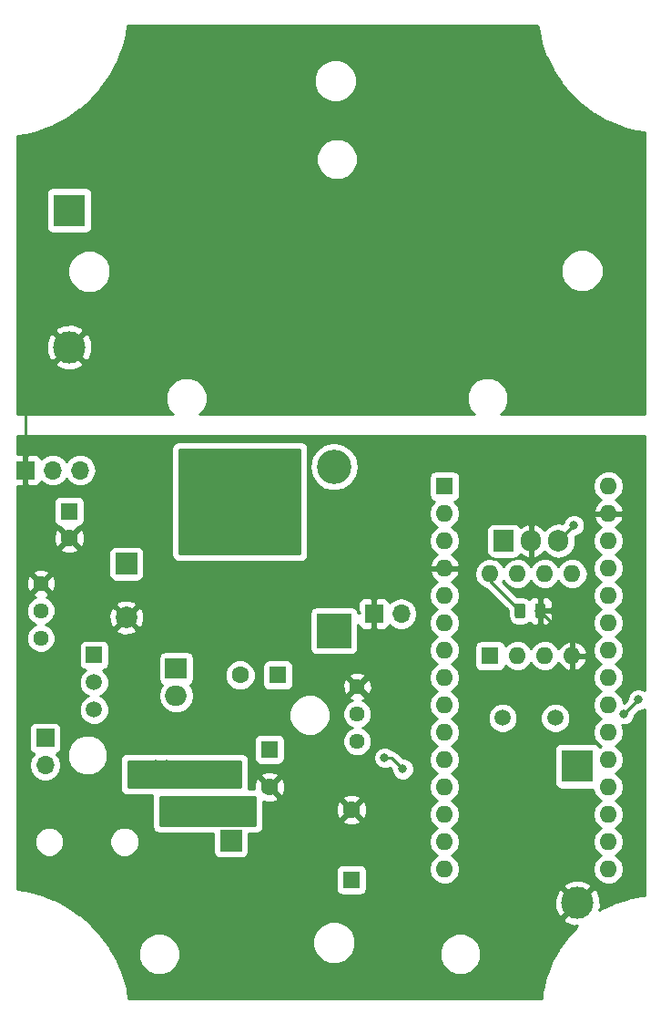
<source format=gbr>
G04 #@! TF.GenerationSoftware,KiCad,Pcbnew,(5.0.2)-1*
G04 #@! TF.CreationDate,2019-04-21T19:49:24-04:00*
G04 #@! TF.ProjectId,_saved__saved_tDCS,5f736176-6564-45f5-9f73-617665645f74,rev?*
G04 #@! TF.SameCoordinates,Original*
G04 #@! TF.FileFunction,Copper,L2,Bot*
G04 #@! TF.FilePolarity,Positive*
%FSLAX46Y46*%
G04 Gerber Fmt 4.6, Leading zero omitted, Abs format (unit mm)*
G04 Created by KiCad (PCBNEW (5.0.2)-1) date 4/21/2019 7:49:24 PM*
%MOMM*%
%LPD*%
G01*
G04 APERTURE LIST*
G04 #@! TA.AperFunction,ComponentPad*
%ADD10C,1.440000*%
G04 #@! TD*
G04 #@! TA.AperFunction,ComponentPad*
%ADD11R,1.600000X1.600000*%
G04 #@! TD*
G04 #@! TA.AperFunction,ComponentPad*
%ADD12C,1.600000*%
G04 #@! TD*
G04 #@! TA.AperFunction,ComponentPad*
%ADD13C,3.000000*%
G04 #@! TD*
G04 #@! TA.AperFunction,ComponentPad*
%ADD14R,3.000000X3.000000*%
G04 #@! TD*
G04 #@! TA.AperFunction,ComponentPad*
%ADD15O,1.600000X1.600000*%
G04 #@! TD*
G04 #@! TA.AperFunction,ComponentPad*
%ADD16C,2.000000*%
G04 #@! TD*
G04 #@! TA.AperFunction,ComponentPad*
%ADD17R,2.000000X2.000000*%
G04 #@! TD*
G04 #@! TA.AperFunction,ComponentPad*
%ADD18R,3.200000X3.200000*%
G04 #@! TD*
G04 #@! TA.AperFunction,ComponentPad*
%ADD19O,3.200000X3.200000*%
G04 #@! TD*
G04 #@! TA.AperFunction,ComponentPad*
%ADD20O,1.700000X1.700000*%
G04 #@! TD*
G04 #@! TA.AperFunction,ComponentPad*
%ADD21R,1.700000X1.700000*%
G04 #@! TD*
G04 #@! TA.AperFunction,ComponentPad*
%ADD22C,1.500000*%
G04 #@! TD*
G04 #@! TA.AperFunction,ComponentPad*
%ADD23R,1.500000X1.500000*%
G04 #@! TD*
G04 #@! TA.AperFunction,ComponentPad*
%ADD24R,2.000000X1.905000*%
G04 #@! TD*
G04 #@! TA.AperFunction,ComponentPad*
%ADD25O,2.000000X1.905000*%
G04 #@! TD*
G04 #@! TA.AperFunction,ComponentPad*
%ADD26O,1.905000X2.000000*%
G04 #@! TD*
G04 #@! TA.AperFunction,ComponentPad*
%ADD27R,1.905000X2.000000*%
G04 #@! TD*
G04 #@! TA.AperFunction,Conductor*
%ADD28C,0.100000*%
G04 #@! TD*
G04 #@! TA.AperFunction,SMDPad,CuDef*
%ADD29C,0.975000*%
G04 #@! TD*
G04 #@! TA.AperFunction,ViaPad*
%ADD30C,0.800000*%
G04 #@! TD*
G04 #@! TA.AperFunction,Conductor*
%ADD31C,0.250000*%
G04 #@! TD*
G04 #@! TA.AperFunction,Conductor*
%ADD32C,0.254000*%
G04 #@! TD*
G04 APERTURE END LIST*
D10*
G04 #@! TO.P,RV1,1*
G04 #@! TO.N,GND*
X205650000Y-86200000D03*
G04 #@! TO.P,RV1,2*
G04 #@! TO.N,/A3*
X205650000Y-88740000D03*
G04 #@! TO.P,RV1,3*
G04 #@! TO.N,Net-(RV1-Pad3)*
X205650000Y-91280000D03*
G04 #@! TD*
D11*
G04 #@! TO.P,BZ1,1*
G04 #@! TO.N,/buzzer*
X234530000Y-113720000D03*
D12*
G04 #@! TO.P,BZ1,2*
G04 #@! TO.N,GND*
X234530000Y-107220000D03*
G04 #@! TD*
D13*
G04 #@! TO.P,BT2,2*
G04 #@! TO.N,GND*
X208280000Y-64262000D03*
D14*
G04 #@! TO.P,BT2,1*
G04 #@! TO.N,Net-(BT1-Pad1)*
X208280000Y-51562000D03*
G04 #@! TD*
D11*
G04 #@! TO.P,A1,1*
G04 #@! TO.N,Net-(A1-Pad1)*
X243180000Y-77170000D03*
D15*
G04 #@! TO.P,A1,17*
G04 #@! TO.N,Net-(A1-Pad17)*
X258420000Y-110190000D03*
G04 #@! TO.P,A1,2*
G04 #@! TO.N,Net-(A1-Pad2)*
X243180000Y-79710000D03*
G04 #@! TO.P,A1,18*
G04 #@! TO.N,Net-(A1-Pad18)*
X258420000Y-107650000D03*
G04 #@! TO.P,A1,3*
G04 #@! TO.N,Net-(A1-Pad3)*
X243180000Y-82250000D03*
G04 #@! TO.P,A1,19*
G04 #@! TO.N,Net-(A1-Pad19)*
X258420000Y-105110000D03*
G04 #@! TO.P,A1,4*
G04 #@! TO.N,GND*
X243180000Y-84790000D03*
G04 #@! TO.P,A1,20*
G04 #@! TO.N,Net-(A1-Pad20)*
X258420000Y-102570000D03*
G04 #@! TO.P,A1,5*
G04 #@! TO.N,Net-(A1-Pad5)*
X243180000Y-87330000D03*
G04 #@! TO.P,A1,21*
G04 #@! TO.N,Net-(A1-Pad21)*
X258420000Y-100030000D03*
G04 #@! TO.P,A1,6*
G04 #@! TO.N,Net-(A1-Pad6)*
X243180000Y-89870000D03*
G04 #@! TO.P,A1,22*
G04 #@! TO.N,/A3*
X258420000Y-97490000D03*
G04 #@! TO.P,A1,7*
G04 #@! TO.N,Net-(A1-Pad7)*
X243180000Y-92410000D03*
G04 #@! TO.P,A1,23*
G04 #@! TO.N,Net-(A1-Pad23)*
X258420000Y-94950000D03*
G04 #@! TO.P,A1,8*
G04 #@! TO.N,Net-(A1-Pad8)*
X243180000Y-94950000D03*
G04 #@! TO.P,A1,24*
G04 #@! TO.N,Net-(A1-Pad24)*
X258420000Y-92410000D03*
G04 #@! TO.P,A1,9*
G04 #@! TO.N,Net-(A1-Pad9)*
X243180000Y-97490000D03*
G04 #@! TO.P,A1,25*
G04 #@! TO.N,/A6*
X258420000Y-89870000D03*
G04 #@! TO.P,A1,10*
G04 #@! TO.N,Net-(A1-Pad10)*
X243180000Y-100030000D03*
G04 #@! TO.P,A1,26*
G04 #@! TO.N,/A7*
X258420000Y-87330000D03*
G04 #@! TO.P,A1,11*
G04 #@! TO.N,Net-(A1-Pad11)*
X243180000Y-102570000D03*
G04 #@! TO.P,A1,27*
G04 #@! TO.N,+5V*
X258420000Y-84790000D03*
G04 #@! TO.P,A1,12*
G04 #@! TO.N,gate_control*
X243180000Y-105110000D03*
G04 #@! TO.P,A1,28*
G04 #@! TO.N,Net-(A1-Pad28)*
X258420000Y-82250000D03*
G04 #@! TO.P,A1,13*
G04 #@! TO.N,Net-(A1-Pad13)*
X243180000Y-107650000D03*
G04 #@! TO.P,A1,29*
G04 #@! TO.N,GND*
X258420000Y-79710000D03*
G04 #@! TO.P,A1,14*
G04 #@! TO.N,Net-(A1-Pad14)*
X243180000Y-110190000D03*
G04 #@! TO.P,A1,30*
G04 #@! TO.N,Net-(A1-Pad30)*
X258420000Y-77170000D03*
G04 #@! TO.P,A1,15*
G04 #@! TO.N,Net-(A1-Pad15)*
X243180000Y-112730000D03*
G04 #@! TO.P,A1,16*
G04 #@! TO.N,/buzzer*
X258420000Y-112730000D03*
G04 #@! TD*
D11*
G04 #@! TO.P,C1,1*
G04 #@! TO.N,+9V*
X208280000Y-79502000D03*
D12*
G04 #@! TO.P,C1,2*
G04 #@! TO.N,GND*
X208280000Y-82002000D03*
G04 #@! TD*
D16*
G04 #@! TO.P,C2,2*
G04 #@! TO.N,GND*
X213600000Y-89370000D03*
D17*
G04 #@! TO.P,C2,1*
G04 #@! TO.N,+9V*
X213600000Y-84370000D03*
G04 #@! TD*
D11*
G04 #@! TO.P,C3,1*
G04 #@! TO.N,Net-(C3-Pad1)*
X227690000Y-94720000D03*
D12*
G04 #@! TO.P,C3,2*
G04 #@! TO.N,Net-(C3-Pad2)*
X224190000Y-94720000D03*
G04 #@! TD*
D17*
G04 #@! TO.P,C4,1*
G04 #@! TO.N,boostout+*
X223325000Y-110100000D03*
D16*
G04 #@! TO.P,C4,2*
G04 #@! TO.N,GND*
X223325000Y-115100000D03*
G04 #@! TD*
D12*
G04 #@! TO.P,C5,2*
G04 #@! TO.N,GND*
X226900000Y-105100000D03*
D11*
G04 #@! TO.P,C5,1*
G04 #@! TO.N,Net-(C5-Pad1)*
X226900000Y-101600000D03*
G04 #@! TD*
D18*
G04 #@! TO.P,D2,1*
G04 #@! TO.N,Net-(C3-Pad1)*
X232900000Y-90600000D03*
D19*
G04 #@! TO.P,D2,2*
G04 #@! TO.N,Net-(D2-Pad2)*
X232900000Y-75360000D03*
G04 #@! TD*
D20*
G04 #@! TO.P,J2,2*
G04 #@! TO.N,boostout+*
X239150000Y-89020000D03*
D21*
G04 #@! TO.P,J2,1*
G04 #@! TO.N,GND*
X236610000Y-89020000D03*
G04 #@! TD*
G04 #@! TO.P,J3,1*
G04 #@! TO.N,Net-(J1-PadT)*
X206050000Y-100560000D03*
D20*
G04 #@! TO.P,J3,2*
G04 #@! TO.N,boostout+*
X206050000Y-103100000D03*
G04 #@! TD*
D22*
G04 #@! TO.P,Q1,2*
G04 #@! TO.N,Net-(D1-Pad1)*
X210600000Y-95390000D03*
G04 #@! TO.P,Q1,3*
G04 #@! TO.N,Net-(J1-PadT)*
X210600000Y-97930000D03*
D23*
G04 #@! TO.P,Q1,1*
G04 #@! TO.N,/A3*
X210600000Y-92850000D03*
G04 #@! TD*
D24*
G04 #@! TO.P,Q2,1*
G04 #@! TO.N,Net-(C5-Pad1)*
X218230000Y-94090000D03*
D25*
G04 #@! TO.P,Q2,2*
G04 #@! TO.N,Net-(D1-Pad1)*
X218230000Y-96630000D03*
G04 #@! TO.P,Q2,3*
G04 #@! TO.N,GND*
X218230000Y-99170000D03*
G04 #@! TD*
D10*
G04 #@! TO.P,RV2,3*
G04 #@! TO.N,GND*
X235075000Y-95795000D03*
G04 #@! TO.P,RV2,2*
G04 #@! TO.N,Net-(C3-Pad2)*
X235075000Y-98335000D03*
G04 #@! TO.P,RV2,1*
G04 #@! TO.N,Net-(C3-Pad1)*
X235075000Y-100875000D03*
G04 #@! TD*
D21*
G04 #@! TO.P,SW1,1*
G04 #@! TO.N,GND*
X204216000Y-75692000D03*
D20*
G04 #@! TO.P,SW1,2*
G04 #@! TO.N,Net-(BT1-Pad1)*
X206756000Y-75692000D03*
G04 #@! TO.P,SW1,3*
G04 #@! TO.N,+9V*
X209296000Y-75692000D03*
G04 #@! TD*
D26*
G04 #@! TO.P,U2,3*
G04 #@! TO.N,+5V*
X253774000Y-82257000D03*
G04 #@! TO.P,U2,2*
G04 #@! TO.N,GND*
X251234000Y-82257000D03*
D27*
G04 #@! TO.P,U2,1*
G04 #@! TO.N,Net-(JP1-Pad1)*
X248694000Y-82257000D03*
G04 #@! TD*
D11*
G04 #@! TO.P,U3,1*
G04 #@! TO.N,Net-(U3-Pad1)*
X247424000Y-92925000D03*
D15*
G04 #@! TO.P,U3,5*
G04 #@! TO.N,/buzzer*
X255044000Y-85305000D03*
G04 #@! TO.P,U3,2*
G04 #@! TO.N,/XTAL1*
X249964000Y-92925000D03*
G04 #@! TO.P,U3,6*
G04 #@! TO.N,/A6*
X252504000Y-85305000D03*
G04 #@! TO.P,U3,3*
G04 #@! TO.N,/XTAL2*
X252504000Y-92925000D03*
G04 #@! TO.P,U3,7*
G04 #@! TO.N,gate_control*
X249964000Y-85305000D03*
G04 #@! TO.P,U3,4*
G04 #@! TO.N,GND*
X255044000Y-92925000D03*
G04 #@! TO.P,U3,8*
G04 #@! TO.N,+5V*
X247424000Y-85305000D03*
G04 #@! TD*
D22*
G04 #@! TO.P,Y1,1*
G04 #@! TO.N,/XTAL1*
X248600000Y-98700000D03*
G04 #@! TO.P,Y1,2*
G04 #@! TO.N,/XTAL2*
X253480000Y-98700000D03*
G04 #@! TD*
D28*
G04 #@! TO.N,+5V*
G04 #@! TO.C,C8*
G36*
X250480142Y-88051174D02*
X250503803Y-88054684D01*
X250527007Y-88060496D01*
X250549529Y-88068554D01*
X250571153Y-88078782D01*
X250591670Y-88091079D01*
X250610883Y-88105329D01*
X250628607Y-88121393D01*
X250644671Y-88139117D01*
X250658921Y-88158330D01*
X250671218Y-88178847D01*
X250681446Y-88200471D01*
X250689504Y-88222993D01*
X250695316Y-88246197D01*
X250698826Y-88269858D01*
X250700000Y-88293750D01*
X250700000Y-89206250D01*
X250698826Y-89230142D01*
X250695316Y-89253803D01*
X250689504Y-89277007D01*
X250681446Y-89299529D01*
X250671218Y-89321153D01*
X250658921Y-89341670D01*
X250644671Y-89360883D01*
X250628607Y-89378607D01*
X250610883Y-89394671D01*
X250591670Y-89408921D01*
X250571153Y-89421218D01*
X250549529Y-89431446D01*
X250527007Y-89439504D01*
X250503803Y-89445316D01*
X250480142Y-89448826D01*
X250456250Y-89450000D01*
X249968750Y-89450000D01*
X249944858Y-89448826D01*
X249921197Y-89445316D01*
X249897993Y-89439504D01*
X249875471Y-89431446D01*
X249853847Y-89421218D01*
X249833330Y-89408921D01*
X249814117Y-89394671D01*
X249796393Y-89378607D01*
X249780329Y-89360883D01*
X249766079Y-89341670D01*
X249753782Y-89321153D01*
X249743554Y-89299529D01*
X249735496Y-89277007D01*
X249729684Y-89253803D01*
X249726174Y-89230142D01*
X249725000Y-89206250D01*
X249725000Y-88293750D01*
X249726174Y-88269858D01*
X249729684Y-88246197D01*
X249735496Y-88222993D01*
X249743554Y-88200471D01*
X249753782Y-88178847D01*
X249766079Y-88158330D01*
X249780329Y-88139117D01*
X249796393Y-88121393D01*
X249814117Y-88105329D01*
X249833330Y-88091079D01*
X249853847Y-88078782D01*
X249875471Y-88068554D01*
X249897993Y-88060496D01*
X249921197Y-88054684D01*
X249944858Y-88051174D01*
X249968750Y-88050000D01*
X250456250Y-88050000D01*
X250480142Y-88051174D01*
X250480142Y-88051174D01*
G37*
D29*
G04 #@! TD*
G04 #@! TO.P,C8,1*
G04 #@! TO.N,+5V*
X250212500Y-88750000D03*
D28*
G04 #@! TO.N,GND*
G04 #@! TO.C,C8*
G36*
X252355142Y-88051174D02*
X252378803Y-88054684D01*
X252402007Y-88060496D01*
X252424529Y-88068554D01*
X252446153Y-88078782D01*
X252466670Y-88091079D01*
X252485883Y-88105329D01*
X252503607Y-88121393D01*
X252519671Y-88139117D01*
X252533921Y-88158330D01*
X252546218Y-88178847D01*
X252556446Y-88200471D01*
X252564504Y-88222993D01*
X252570316Y-88246197D01*
X252573826Y-88269858D01*
X252575000Y-88293750D01*
X252575000Y-89206250D01*
X252573826Y-89230142D01*
X252570316Y-89253803D01*
X252564504Y-89277007D01*
X252556446Y-89299529D01*
X252546218Y-89321153D01*
X252533921Y-89341670D01*
X252519671Y-89360883D01*
X252503607Y-89378607D01*
X252485883Y-89394671D01*
X252466670Y-89408921D01*
X252446153Y-89421218D01*
X252424529Y-89431446D01*
X252402007Y-89439504D01*
X252378803Y-89445316D01*
X252355142Y-89448826D01*
X252331250Y-89450000D01*
X251843750Y-89450000D01*
X251819858Y-89448826D01*
X251796197Y-89445316D01*
X251772993Y-89439504D01*
X251750471Y-89431446D01*
X251728847Y-89421218D01*
X251708330Y-89408921D01*
X251689117Y-89394671D01*
X251671393Y-89378607D01*
X251655329Y-89360883D01*
X251641079Y-89341670D01*
X251628782Y-89321153D01*
X251618554Y-89299529D01*
X251610496Y-89277007D01*
X251604684Y-89253803D01*
X251601174Y-89230142D01*
X251600000Y-89206250D01*
X251600000Y-88293750D01*
X251601174Y-88269858D01*
X251604684Y-88246197D01*
X251610496Y-88222993D01*
X251618554Y-88200471D01*
X251628782Y-88178847D01*
X251641079Y-88158330D01*
X251655329Y-88139117D01*
X251671393Y-88121393D01*
X251689117Y-88105329D01*
X251708330Y-88091079D01*
X251728847Y-88078782D01*
X251750471Y-88068554D01*
X251772993Y-88060496D01*
X251796197Y-88054684D01*
X251819858Y-88051174D01*
X251843750Y-88050000D01*
X252331250Y-88050000D01*
X252355142Y-88051174D01*
X252355142Y-88051174D01*
G37*
D29*
G04 #@! TD*
G04 #@! TO.P,C8,2*
G04 #@! TO.N,GND*
X252087500Y-88750000D03*
D13*
G04 #@! TO.P,BT1,2*
G04 #@! TO.N,GND*
X255550000Y-115875000D03*
D14*
G04 #@! TO.P,BT1,1*
G04 #@! TO.N,Net-(BT1-Pad1)*
X255550000Y-103175000D03*
G04 #@! TD*
D30*
G04 #@! TO.N,GND*
X227076000Y-98425000D03*
X240538000Y-91440000D03*
X219202000Y-85598000D03*
X256460000Y-107280000D03*
X253970000Y-107270000D03*
X251250000Y-94150000D03*
X219202000Y-86868000D03*
X219202000Y-88138000D03*
X219202000Y-89408000D03*
X219202000Y-90678000D03*
X220472000Y-90932000D03*
X221742000Y-90932000D03*
X238125000Y-76200000D03*
X215900000Y-81915000D03*
X257175000Y-78740000D03*
X216450000Y-95700000D03*
X229825000Y-110325000D03*
X214175000Y-100075000D03*
X215200000Y-100075000D03*
X216175000Y-100075000D03*
X216580000Y-101130000D03*
X217600000Y-101100000D03*
X228900000Y-92200000D03*
X218800000Y-101260000D03*
X259900000Y-74075000D03*
X256810000Y-80870000D03*
X256350000Y-83180000D03*
X256820000Y-85630000D03*
X211400000Y-110300000D03*
X206025000Y-107250000D03*
X220440000Y-113710000D03*
X237490000Y-98806000D03*
G04 #@! TO.N,/A3*
X237612655Y-102392612D03*
X239300000Y-103440000D03*
G04 #@! TO.N,+5V*
X255208289Y-80811798D03*
G04 #@! TO.N,boostout+*
X217400000Y-108350000D03*
X218500000Y-108350000D03*
X221914000Y-106450000D03*
X222803000Y-106450000D03*
X223692000Y-106450000D03*
X224581000Y-106450000D03*
X221025000Y-107339000D03*
X221914000Y-107339000D03*
X222803000Y-107339000D03*
X223692000Y-107339000D03*
X224581000Y-107339000D03*
X221025000Y-108228000D03*
X221914000Y-108228000D03*
X223692000Y-108228000D03*
X224581000Y-108228000D03*
X220150000Y-106450000D03*
X220150000Y-107350000D03*
X222810000Y-108220000D03*
X221000000Y-106450000D03*
X219650000Y-108225000D03*
G04 #@! TO.N,Net-(D1-Pad1)*
X216375000Y-104825000D03*
X216350000Y-103875000D03*
X220075000Y-103075000D03*
X220964000Y-103075000D03*
X221853000Y-103075000D03*
X222742000Y-103075000D03*
X223631000Y-103075000D03*
X220075000Y-103964000D03*
X220964000Y-103964000D03*
X221853000Y-103964000D03*
X222742000Y-103964000D03*
X223631000Y-103964000D03*
X220075000Y-104853000D03*
X220964000Y-104853000D03*
X221853000Y-104853000D03*
X222742000Y-104853000D03*
X223631000Y-104853000D03*
X217325000Y-104875000D03*
X216325000Y-102975000D03*
X217325000Y-102975000D03*
X217325000Y-103850000D03*
X214200000Y-104649989D03*
X215250000Y-104649989D03*
G04 #@! TO.N,Net-(D2-Pad2)*
X219550000Y-74700000D03*
X221050000Y-74700000D03*
X222550000Y-74700000D03*
X224050000Y-74700000D03*
X225550000Y-74700000D03*
X219550000Y-76200000D03*
X221050000Y-76200000D03*
X222550000Y-76200000D03*
X224050000Y-76200000D03*
X225550000Y-76200000D03*
X219550000Y-77700000D03*
X221050000Y-77700000D03*
X222550000Y-77700000D03*
X224050000Y-77700000D03*
X225550000Y-77700000D03*
X219550000Y-79200000D03*
X221050000Y-79200000D03*
X222550000Y-79200000D03*
X224050000Y-79200000D03*
X225550000Y-79200000D03*
X219550000Y-80700000D03*
X221050000Y-80700000D03*
X222550000Y-80700000D03*
X224050000Y-80700000D03*
X225550000Y-80700000D03*
X219550000Y-82200000D03*
X221050000Y-82200000D03*
X222550000Y-82200000D03*
X224050000Y-82200000D03*
X225550000Y-82200000D03*
X221050000Y-74700000D03*
X222550000Y-74700000D03*
X224050000Y-74700000D03*
X225550000Y-74700000D03*
X227050000Y-74700000D03*
X228550000Y-74700000D03*
X219550000Y-76200000D03*
X221050000Y-76200000D03*
X222550000Y-76200000D03*
X224050000Y-76200000D03*
X225550000Y-76200000D03*
X227050000Y-76200000D03*
X228550000Y-76200000D03*
X219550000Y-77700000D03*
X221050000Y-77700000D03*
X222550000Y-77700000D03*
X224050000Y-77700000D03*
X225550000Y-77700000D03*
X227050000Y-77700000D03*
X228550000Y-77700000D03*
X219550000Y-79200000D03*
X221050000Y-79200000D03*
X222550000Y-79200000D03*
X224050000Y-79200000D03*
X225550000Y-79200000D03*
X227050000Y-79200000D03*
X228550000Y-79200000D03*
X219550000Y-80700000D03*
X221050000Y-80700000D03*
X222550000Y-80700000D03*
X224050000Y-80700000D03*
X225550000Y-80700000D03*
X227050000Y-80700000D03*
X228550000Y-80700000D03*
X219550000Y-82200000D03*
X221050000Y-82200000D03*
X222550000Y-82200000D03*
X224050000Y-82200000D03*
X225550000Y-82200000D03*
X227050000Y-82200000D03*
X228550000Y-82200000D03*
G04 #@! TO.N,Net-(BT1-Pad1)*
X259830000Y-98350000D03*
X261207367Y-97002633D03*
G04 #@! TD*
D31*
G04 #@! TO.N,GND*
X255044000Y-91706500D02*
X252087500Y-88750000D01*
X255044000Y-92925000D02*
X255044000Y-91706500D01*
X204216000Y-68326000D02*
X204216000Y-75692000D01*
X208280000Y-64262000D02*
X204216000Y-68326000D01*
G04 #@! TO.N,/A3*
X238178340Y-102392612D02*
X237612655Y-102392612D01*
X239300000Y-103440000D02*
X238252612Y-102392612D01*
X238252612Y-102392612D02*
X238178340Y-102392612D01*
G04 #@! TO.N,+5V*
X255208289Y-80822711D02*
X253774000Y-82257000D01*
X255208289Y-80811798D02*
X255208289Y-80822711D01*
X247424000Y-85961500D02*
X247424000Y-85305000D01*
X250212500Y-88750000D02*
X247424000Y-85961500D01*
G04 #@! TO.N,Net-(BT1-Pad1)*
X261207367Y-97002633D02*
X259860000Y-98350000D01*
X259860000Y-98350000D02*
X259830000Y-98350000D01*
G04 #@! TD*
D32*
G04 #@! TO.N,GND*
G36*
X261765000Y-96113336D02*
X261413241Y-95967633D01*
X261001493Y-95967633D01*
X260621087Y-96125202D01*
X260329936Y-96416353D01*
X260172367Y-96796759D01*
X260172367Y-96962831D01*
X259843640Y-97291558D01*
X259771740Y-96930091D01*
X259454577Y-96455423D01*
X259102242Y-96220000D01*
X259454577Y-95984577D01*
X259771740Y-95509909D01*
X259883113Y-94950000D01*
X259771740Y-94390091D01*
X259454577Y-93915423D01*
X259102242Y-93680000D01*
X259454577Y-93444577D01*
X259771740Y-92969909D01*
X259883113Y-92410000D01*
X259771740Y-91850091D01*
X259454577Y-91375423D01*
X259102242Y-91140000D01*
X259454577Y-90904577D01*
X259771740Y-90429909D01*
X259883113Y-89870000D01*
X259771740Y-89310091D01*
X259454577Y-88835423D01*
X259102242Y-88600000D01*
X259454577Y-88364577D01*
X259771740Y-87889909D01*
X259883113Y-87330000D01*
X259771740Y-86770091D01*
X259454577Y-86295423D01*
X259102242Y-86060000D01*
X259454577Y-85824577D01*
X259771740Y-85349909D01*
X259883113Y-84790000D01*
X259771740Y-84230091D01*
X259454577Y-83755423D01*
X259102242Y-83520000D01*
X259454577Y-83284577D01*
X259771740Y-82809909D01*
X259883113Y-82250000D01*
X259771740Y-81690091D01*
X259454577Y-81215423D01*
X259070892Y-80959053D01*
X259275134Y-80862389D01*
X259651041Y-80447423D01*
X259811904Y-80059039D01*
X259689915Y-79837000D01*
X258547000Y-79837000D01*
X258547000Y-79857000D01*
X258293000Y-79857000D01*
X258293000Y-79837000D01*
X257150085Y-79837000D01*
X257028096Y-80059039D01*
X257188959Y-80447423D01*
X257564866Y-80862389D01*
X257769108Y-80959053D01*
X257385423Y-81215423D01*
X257068260Y-81690091D01*
X256956887Y-82250000D01*
X257068260Y-82809909D01*
X257385423Y-83284577D01*
X257737758Y-83520000D01*
X257385423Y-83755423D01*
X257068260Y-84230091D01*
X256956887Y-84790000D01*
X257068260Y-85349909D01*
X257385423Y-85824577D01*
X257737758Y-86060000D01*
X257385423Y-86295423D01*
X257068260Y-86770091D01*
X256956887Y-87330000D01*
X257068260Y-87889909D01*
X257385423Y-88364577D01*
X257737758Y-88600000D01*
X257385423Y-88835423D01*
X257068260Y-89310091D01*
X256956887Y-89870000D01*
X257068260Y-90429909D01*
X257385423Y-90904577D01*
X257737758Y-91140000D01*
X257385423Y-91375423D01*
X257068260Y-91850091D01*
X256956887Y-92410000D01*
X257068260Y-92969909D01*
X257385423Y-93444577D01*
X257737758Y-93680000D01*
X257385423Y-93915423D01*
X257068260Y-94390091D01*
X256956887Y-94950000D01*
X257068260Y-95509909D01*
X257385423Y-95984577D01*
X257737758Y-96220000D01*
X257385423Y-96455423D01*
X257068260Y-96930091D01*
X256956887Y-97490000D01*
X257068260Y-98049909D01*
X257385423Y-98524577D01*
X257737758Y-98760000D01*
X257385423Y-98995423D01*
X257068260Y-99470091D01*
X256956887Y-100030000D01*
X257068260Y-100589909D01*
X257385423Y-101064577D01*
X257737758Y-101300000D01*
X257617038Y-101380663D01*
X257507809Y-101217191D01*
X257297765Y-101076843D01*
X257050000Y-101027560D01*
X254050000Y-101027560D01*
X253802235Y-101076843D01*
X253592191Y-101217191D01*
X253451843Y-101427235D01*
X253402560Y-101675000D01*
X253402560Y-104675000D01*
X253451843Y-104922765D01*
X253592191Y-105132809D01*
X253802235Y-105273157D01*
X254050000Y-105322440D01*
X256999144Y-105322440D01*
X257068260Y-105669909D01*
X257385423Y-106144577D01*
X257737758Y-106380000D01*
X257385423Y-106615423D01*
X257068260Y-107090091D01*
X256956887Y-107650000D01*
X257068260Y-108209909D01*
X257385423Y-108684577D01*
X257737758Y-108920000D01*
X257385423Y-109155423D01*
X257068260Y-109630091D01*
X256956887Y-110190000D01*
X257068260Y-110749909D01*
X257385423Y-111224577D01*
X257737758Y-111460000D01*
X257385423Y-111695423D01*
X257068260Y-112170091D01*
X256956887Y-112730000D01*
X257068260Y-113289909D01*
X257385423Y-113764577D01*
X257860091Y-114081740D01*
X258278667Y-114165000D01*
X258561333Y-114165000D01*
X258979909Y-114081740D01*
X259454577Y-113764577D01*
X259771740Y-113289909D01*
X259883113Y-112730000D01*
X259771740Y-112170091D01*
X259454577Y-111695423D01*
X259102242Y-111460000D01*
X259454577Y-111224577D01*
X259771740Y-110749909D01*
X259883113Y-110190000D01*
X259771740Y-109630091D01*
X259454577Y-109155423D01*
X259102242Y-108920000D01*
X259454577Y-108684577D01*
X259771740Y-108209909D01*
X259883113Y-107650000D01*
X259771740Y-107090091D01*
X259454577Y-106615423D01*
X259102242Y-106380000D01*
X259454577Y-106144577D01*
X259771740Y-105669909D01*
X259883113Y-105110000D01*
X259771740Y-104550091D01*
X259454577Y-104075423D01*
X259102242Y-103840000D01*
X259454577Y-103604577D01*
X259771740Y-103129909D01*
X259883113Y-102570000D01*
X259771740Y-102010091D01*
X259454577Y-101535423D01*
X259102242Y-101300000D01*
X259454577Y-101064577D01*
X259771740Y-100589909D01*
X259883113Y-100030000D01*
X259771740Y-99470091D01*
X259714884Y-99385000D01*
X260035874Y-99385000D01*
X260416280Y-99227431D01*
X260707431Y-98936280D01*
X260865000Y-98555874D01*
X260865000Y-98419801D01*
X261247169Y-98037633D01*
X261413241Y-98037633D01*
X261765000Y-97891930D01*
X261765000Y-115175467D01*
X261515667Y-115198542D01*
X261479857Y-115204141D01*
X261443927Y-115209034D01*
X260192715Y-115460292D01*
X260192712Y-115460292D01*
X260180376Y-115463587D01*
X260109603Y-115482490D01*
X260109589Y-115482496D01*
X258899749Y-115888585D01*
X258899744Y-115888586D01*
X258875595Y-115898419D01*
X258820074Y-115921025D01*
X258820068Y-115921029D01*
X257670666Y-116475549D01*
X257670653Y-116475554D01*
X257595675Y-116517724D01*
X257589714Y-116521588D01*
X257692723Y-116258813D01*
X257676497Y-115409613D01*
X257382739Y-114700418D01*
X257063970Y-114540635D01*
X255729605Y-115875000D01*
X255743748Y-115889143D01*
X255564143Y-116068748D01*
X255550000Y-116054605D01*
X254215635Y-117388970D01*
X254375418Y-117707739D01*
X255166187Y-118017723D01*
X255570553Y-118009997D01*
X255480315Y-118086131D01*
X255418180Y-118145622D01*
X255418173Y-118145630D01*
X254553619Y-119084333D01*
X254553611Y-119084341D01*
X254523691Y-119121230D01*
X254499423Y-119151150D01*
X254499418Y-119151158D01*
X253759325Y-120190825D01*
X253713936Y-120263899D01*
X253713930Y-120263912D01*
X253109982Y-121388129D01*
X253109979Y-121388135D01*
X253074108Y-121466321D01*
X252615818Y-122657389D01*
X252590028Y-122739455D01*
X252590025Y-122739470D01*
X252284637Y-123978553D01*
X252284632Y-123978568D01*
X252269332Y-124063219D01*
X252192230Y-124725000D01*
X213810660Y-124725000D01*
X213682785Y-123920716D01*
X213681629Y-123915453D01*
X213681012Y-123910104D01*
X213665616Y-123842522D01*
X213308166Y-122573743D01*
X213306405Y-122568652D01*
X213305167Y-122563410D01*
X213281991Y-122498086D01*
X212778953Y-121279675D01*
X212776609Y-121274823D01*
X212774769Y-121269763D01*
X212744156Y-121207642D01*
X212744131Y-121207590D01*
X212744127Y-121207584D01*
X212204883Y-120240105D01*
X214715000Y-120240105D01*
X214715000Y-121009895D01*
X215009586Y-121721090D01*
X215553910Y-122265414D01*
X216265105Y-122560000D01*
X217034895Y-122560000D01*
X217746090Y-122265414D01*
X218290414Y-121721090D01*
X218585000Y-121009895D01*
X218585000Y-120240105D01*
X218290414Y-119528910D01*
X217926663Y-119165159D01*
X230925000Y-119165159D01*
X230925000Y-119954841D01*
X231227199Y-120684412D01*
X231785588Y-121242801D01*
X232515159Y-121545000D01*
X233304841Y-121545000D01*
X234034412Y-121242801D01*
X234592801Y-120684412D01*
X234776839Y-120240105D01*
X242715000Y-120240105D01*
X242715000Y-121009895D01*
X243009586Y-121721090D01*
X243553910Y-122265414D01*
X244265105Y-122560000D01*
X245034895Y-122560000D01*
X245746090Y-122265414D01*
X246290414Y-121721090D01*
X246585000Y-121009895D01*
X246585000Y-120240105D01*
X246290414Y-119528910D01*
X245746090Y-118984586D01*
X245034895Y-118690000D01*
X244265105Y-118690000D01*
X243553910Y-118984586D01*
X243009586Y-119528910D01*
X242715000Y-120240105D01*
X234776839Y-120240105D01*
X234895000Y-119954841D01*
X234895000Y-119165159D01*
X234592801Y-118435588D01*
X234034412Y-117877199D01*
X233304841Y-117575000D01*
X232515159Y-117575000D01*
X231785588Y-117877199D01*
X231227199Y-118435588D01*
X230925000Y-119165159D01*
X217926663Y-119165159D01*
X217746090Y-118984586D01*
X217034895Y-118690000D01*
X216265105Y-118690000D01*
X215553910Y-118984586D01*
X215009586Y-119528910D01*
X214715000Y-120240105D01*
X212204883Y-120240105D01*
X212102373Y-120056188D01*
X212099478Y-120051641D01*
X212097061Y-120046832D01*
X212059378Y-119988658D01*
X211287670Y-118919995D01*
X211284266Y-118915819D01*
X211281302Y-118911321D01*
X211237089Y-118857941D01*
X210345971Y-117886612D01*
X210342097Y-117882856D01*
X210338634Y-117878741D01*
X210288559Y-117830945D01*
X210288496Y-117830884D01*
X210288487Y-117830877D01*
X209290137Y-116970156D01*
X209285857Y-116966881D01*
X209281932Y-116963194D01*
X209226614Y-116921560D01*
X209226553Y-116921514D01*
X209226545Y-116921509D01*
X208134589Y-116183144D01*
X208129954Y-116180390D01*
X208125629Y-116177188D01*
X208065764Y-116142253D01*
X206895112Y-115536325D01*
X206890198Y-115534135D01*
X206885519Y-115531454D01*
X206821987Y-115503742D01*
X206788702Y-115491187D01*
X253407277Y-115491187D01*
X253423503Y-116340387D01*
X253717261Y-117049582D01*
X254036030Y-117209365D01*
X255370395Y-115875000D01*
X254036030Y-114540635D01*
X253717261Y-114700418D01*
X253407277Y-115491187D01*
X206788702Y-115491187D01*
X205588635Y-115038533D01*
X205583491Y-115036929D01*
X205578538Y-115034815D01*
X205512243Y-115014716D01*
X205512208Y-115014705D01*
X205512204Y-115014704D01*
X204233002Y-114696569D01*
X204227700Y-114695575D01*
X204222540Y-114694055D01*
X204154339Y-114681825D01*
X204154317Y-114681821D01*
X204154315Y-114681821D01*
X203445000Y-114591383D01*
X203445000Y-112920000D01*
X233082560Y-112920000D01*
X233082560Y-114520000D01*
X233131843Y-114767765D01*
X233272191Y-114977809D01*
X233482235Y-115118157D01*
X233730000Y-115167440D01*
X235330000Y-115167440D01*
X235577765Y-115118157D01*
X235787809Y-114977809D01*
X235928157Y-114767765D01*
X235977440Y-114520000D01*
X235977440Y-114361030D01*
X254215635Y-114361030D01*
X255550000Y-115695395D01*
X256884365Y-114361030D01*
X256724582Y-114042261D01*
X255933813Y-113732277D01*
X255084613Y-113748503D01*
X254375418Y-114042261D01*
X254215635Y-114361030D01*
X235977440Y-114361030D01*
X235977440Y-112920000D01*
X235928157Y-112672235D01*
X235787809Y-112462191D01*
X235577765Y-112321843D01*
X235330000Y-112272560D01*
X233730000Y-112272560D01*
X233482235Y-112321843D01*
X233272191Y-112462191D01*
X233131843Y-112672235D01*
X233082560Y-112920000D01*
X203445000Y-112920000D01*
X203445000Y-109924506D01*
X205040000Y-109924506D01*
X205040000Y-110475494D01*
X205250853Y-110984540D01*
X205640460Y-111374147D01*
X206149506Y-111585000D01*
X206700494Y-111585000D01*
X207209540Y-111374147D01*
X207599147Y-110984540D01*
X207810000Y-110475494D01*
X207810000Y-109924506D01*
X212040000Y-109924506D01*
X212040000Y-110475494D01*
X212250853Y-110984540D01*
X212640460Y-111374147D01*
X213149506Y-111585000D01*
X213700494Y-111585000D01*
X214209540Y-111374147D01*
X214599147Y-110984540D01*
X214810000Y-110475494D01*
X214810000Y-109924506D01*
X214599147Y-109415460D01*
X214209540Y-109025853D01*
X213700494Y-108815000D01*
X213149506Y-108815000D01*
X212640460Y-109025853D01*
X212250853Y-109415460D01*
X212040000Y-109924506D01*
X207810000Y-109924506D01*
X207599147Y-109415460D01*
X207209540Y-109025853D01*
X206700494Y-108815000D01*
X206149506Y-108815000D01*
X205640460Y-109025853D01*
X205250853Y-109415460D01*
X205040000Y-109924506D01*
X203445000Y-109924506D01*
X203445000Y-105244010D01*
X212990028Y-105244010D01*
X213038336Y-105493004D01*
X213175987Y-105699013D01*
X213381996Y-105836664D01*
X213625000Y-105885000D01*
X216003423Y-105885000D01*
X215990025Y-105955619D01*
X216015025Y-108780619D01*
X216063336Y-109018004D01*
X216200987Y-109224013D01*
X216406996Y-109361664D01*
X216650000Y-109410000D01*
X221677560Y-109410000D01*
X221677560Y-111100000D01*
X221726843Y-111347765D01*
X221867191Y-111557809D01*
X222077235Y-111698157D01*
X222325000Y-111747440D01*
X224325000Y-111747440D01*
X224572765Y-111698157D01*
X224782809Y-111557809D01*
X224923157Y-111347765D01*
X224972440Y-111100000D01*
X224972440Y-109410000D01*
X225700000Y-109410000D01*
X225943004Y-109361664D01*
X226149013Y-109224013D01*
X226286664Y-109018004D01*
X226335000Y-108775000D01*
X226335000Y-108227745D01*
X233701861Y-108227745D01*
X233775995Y-108473864D01*
X234313223Y-108666965D01*
X234883454Y-108639778D01*
X235284005Y-108473864D01*
X235358139Y-108227745D01*
X234530000Y-107399605D01*
X233701861Y-108227745D01*
X226335000Y-108227745D01*
X226335000Y-107003223D01*
X233083035Y-107003223D01*
X233110222Y-107573454D01*
X233276136Y-107974005D01*
X233522255Y-108048139D01*
X234350395Y-107220000D01*
X234709605Y-107220000D01*
X235537745Y-108048139D01*
X235783864Y-107974005D01*
X235976965Y-107436777D01*
X235949778Y-106866546D01*
X235783864Y-106465995D01*
X235537745Y-106391861D01*
X234709605Y-107220000D01*
X234350395Y-107220000D01*
X233522255Y-106391861D01*
X233276136Y-106465995D01*
X233083035Y-107003223D01*
X226335000Y-107003223D01*
X226335000Y-106421800D01*
X226683223Y-106546965D01*
X227253454Y-106519778D01*
X227654005Y-106353864D01*
X227696659Y-106212255D01*
X233701861Y-106212255D01*
X234530000Y-107040395D01*
X235358139Y-106212255D01*
X235284005Y-105966136D01*
X234746777Y-105773035D01*
X234176546Y-105800222D01*
X233775995Y-105966136D01*
X233701861Y-106212255D01*
X227696659Y-106212255D01*
X227728139Y-106107745D01*
X226900000Y-105279605D01*
X226885858Y-105293748D01*
X226706252Y-105114142D01*
X226720395Y-105100000D01*
X227079605Y-105100000D01*
X227907745Y-105928139D01*
X228153864Y-105854005D01*
X228346965Y-105316777D01*
X228319778Y-104746546D01*
X228153864Y-104345995D01*
X227907745Y-104271861D01*
X227079605Y-105100000D01*
X226720395Y-105100000D01*
X225892255Y-104271861D01*
X225646136Y-104345995D01*
X225453035Y-104883223D01*
X225473621Y-105315000D01*
X224947654Y-105315000D01*
X224959972Y-105255990D01*
X224970950Y-104092255D01*
X226071861Y-104092255D01*
X226900000Y-104920395D01*
X227728139Y-104092255D01*
X227654005Y-103846136D01*
X227116777Y-103653035D01*
X226546546Y-103680222D01*
X226145995Y-103846136D01*
X226071861Y-104092255D01*
X224970950Y-104092255D01*
X224984972Y-102605990D01*
X224936664Y-102356996D01*
X224799013Y-102150987D01*
X224593004Y-102013336D01*
X224350000Y-101965000D01*
X217591229Y-101965000D01*
X217530874Y-101940000D01*
X217119126Y-101940000D01*
X217058771Y-101965000D01*
X216591229Y-101965000D01*
X216530874Y-101940000D01*
X216119126Y-101940000D01*
X216058771Y-101965000D01*
X213650000Y-101965000D01*
X213412541Y-102011070D01*
X213205243Y-102146771D01*
X213065655Y-102351473D01*
X213015028Y-102594010D01*
X212990028Y-105244010D01*
X203445000Y-105244010D01*
X203445000Y-103100000D01*
X204535908Y-103100000D01*
X204651161Y-103679418D01*
X204979375Y-104170625D01*
X205470582Y-104498839D01*
X205903744Y-104585000D01*
X206196256Y-104585000D01*
X206629418Y-104498839D01*
X207120625Y-104170625D01*
X207448839Y-103679418D01*
X207564092Y-103100000D01*
X207448839Y-102520582D01*
X207120625Y-102029375D01*
X207102381Y-102017184D01*
X207147765Y-102008157D01*
X207357809Y-101867809D01*
X207413107Y-101785050D01*
X208105000Y-101785050D01*
X208105000Y-102534950D01*
X208391974Y-103227767D01*
X208922233Y-103758026D01*
X209615050Y-104045000D01*
X210364950Y-104045000D01*
X211057767Y-103758026D01*
X211588026Y-103227767D01*
X211875000Y-102534950D01*
X211875000Y-101785050D01*
X211588026Y-101092233D01*
X211295793Y-100800000D01*
X225452560Y-100800000D01*
X225452560Y-102400000D01*
X225501843Y-102647765D01*
X225642191Y-102857809D01*
X225852235Y-102998157D01*
X226100000Y-103047440D01*
X227700000Y-103047440D01*
X227947765Y-102998157D01*
X228157809Y-102857809D01*
X228298157Y-102647765D01*
X228347440Y-102400000D01*
X228347440Y-100800000D01*
X228298157Y-100552235D01*
X228157809Y-100342191D01*
X227947765Y-100201843D01*
X227700000Y-100152560D01*
X226100000Y-100152560D01*
X225852235Y-100201843D01*
X225642191Y-100342191D01*
X225501843Y-100552235D01*
X225452560Y-100800000D01*
X211295793Y-100800000D01*
X211057767Y-100561974D01*
X210364950Y-100275000D01*
X209615050Y-100275000D01*
X208922233Y-100561974D01*
X208391974Y-101092233D01*
X208105000Y-101785050D01*
X207413107Y-101785050D01*
X207498157Y-101657765D01*
X207547440Y-101410000D01*
X207547440Y-99710000D01*
X207498157Y-99462235D01*
X207357809Y-99252191D01*
X207147765Y-99111843D01*
X206900000Y-99062560D01*
X205200000Y-99062560D01*
X204952235Y-99111843D01*
X204742191Y-99252191D01*
X204601843Y-99462235D01*
X204552560Y-99710000D01*
X204552560Y-101410000D01*
X204601843Y-101657765D01*
X204742191Y-101867809D01*
X204952235Y-102008157D01*
X204997619Y-102017184D01*
X204979375Y-102029375D01*
X204651161Y-102520582D01*
X204535908Y-103100000D01*
X203445000Y-103100000D01*
X203445000Y-88470474D01*
X204295000Y-88470474D01*
X204295000Y-89009526D01*
X204501286Y-89507546D01*
X204882454Y-89888714D01*
X205175265Y-90010000D01*
X204882454Y-90131286D01*
X204501286Y-90512454D01*
X204295000Y-91010474D01*
X204295000Y-91549526D01*
X204501286Y-92047546D01*
X204882454Y-92428714D01*
X205380474Y-92635000D01*
X205919526Y-92635000D01*
X206417546Y-92428714D01*
X206746260Y-92100000D01*
X209202560Y-92100000D01*
X209202560Y-93600000D01*
X209251843Y-93847765D01*
X209392191Y-94057809D01*
X209602235Y-94198157D01*
X209794844Y-94236469D01*
X209425853Y-94605460D01*
X209215000Y-95114506D01*
X209215000Y-95665494D01*
X209425853Y-96174540D01*
X209815460Y-96564147D01*
X210046870Y-96660000D01*
X209815460Y-96755853D01*
X209425853Y-97145460D01*
X209215000Y-97654506D01*
X209215000Y-98205494D01*
X209425853Y-98714540D01*
X209815460Y-99104147D01*
X210324506Y-99315000D01*
X210875494Y-99315000D01*
X211384540Y-99104147D01*
X211774147Y-98714540D01*
X211985000Y-98205494D01*
X211985000Y-97654506D01*
X211774147Y-97145460D01*
X211384540Y-96755853D01*
X211153130Y-96660000D01*
X211225556Y-96630000D01*
X216563900Y-96630000D01*
X216687109Y-97249411D01*
X217037977Y-97774523D01*
X217563089Y-98125391D01*
X218026150Y-98217500D01*
X218433850Y-98217500D01*
X218896911Y-98125391D01*
X219024550Y-98040105D01*
X228715000Y-98040105D01*
X228715000Y-98809895D01*
X229009586Y-99521090D01*
X229553910Y-100065414D01*
X230265105Y-100360000D01*
X231034895Y-100360000D01*
X231746090Y-100065414D01*
X232290414Y-99521090D01*
X232585000Y-98809895D01*
X232585000Y-98065474D01*
X233720000Y-98065474D01*
X233720000Y-98604526D01*
X233926286Y-99102546D01*
X234307454Y-99483714D01*
X234600265Y-99605000D01*
X234307454Y-99726286D01*
X233926286Y-100107454D01*
X233720000Y-100605474D01*
X233720000Y-101144526D01*
X233926286Y-101642546D01*
X234307454Y-102023714D01*
X234805474Y-102230000D01*
X235344526Y-102230000D01*
X235448970Y-102186738D01*
X236577655Y-102186738D01*
X236577655Y-102598486D01*
X236735224Y-102978892D01*
X237026375Y-103270043D01*
X237406781Y-103427612D01*
X237818529Y-103427612D01*
X238097328Y-103312130D01*
X238265000Y-103479802D01*
X238265000Y-103645874D01*
X238422569Y-104026280D01*
X238713720Y-104317431D01*
X239094126Y-104475000D01*
X239505874Y-104475000D01*
X239886280Y-104317431D01*
X240177431Y-104026280D01*
X240335000Y-103645874D01*
X240335000Y-103234126D01*
X240177431Y-102853720D01*
X239886280Y-102562569D01*
X239505874Y-102405000D01*
X239339802Y-102405000D01*
X238842943Y-101908141D01*
X238800541Y-101844683D01*
X238549149Y-101676708D01*
X238327464Y-101632612D01*
X238327459Y-101632612D01*
X238313612Y-101629858D01*
X238198935Y-101515181D01*
X237818529Y-101357612D01*
X237406781Y-101357612D01*
X237026375Y-101515181D01*
X236735224Y-101806332D01*
X236577655Y-102186738D01*
X235448970Y-102186738D01*
X235842546Y-102023714D01*
X236223714Y-101642546D01*
X236430000Y-101144526D01*
X236430000Y-100605474D01*
X236223714Y-100107454D01*
X235842546Y-99726286D01*
X235549735Y-99605000D01*
X235842546Y-99483714D01*
X236223714Y-99102546D01*
X236430000Y-98604526D01*
X236430000Y-98065474D01*
X236223714Y-97567454D01*
X235842546Y-97186286D01*
X235565849Y-97071675D01*
X235780869Y-96982611D01*
X235845169Y-96744774D01*
X235075000Y-95974605D01*
X234304831Y-96744774D01*
X234369131Y-96982611D01*
X234601114Y-97064649D01*
X234307454Y-97186286D01*
X233926286Y-97567454D01*
X233720000Y-98065474D01*
X232585000Y-98065474D01*
X232585000Y-98040105D01*
X232290414Y-97328910D01*
X231746090Y-96784586D01*
X231034895Y-96490000D01*
X230265105Y-96490000D01*
X229553910Y-96784586D01*
X229009586Y-97328910D01*
X228715000Y-98040105D01*
X219024550Y-98040105D01*
X219422023Y-97774523D01*
X219772891Y-97249411D01*
X219896100Y-96630000D01*
X219772891Y-96010589D01*
X219510912Y-95618509D01*
X219687809Y-95500309D01*
X219828157Y-95290265D01*
X219877440Y-95042500D01*
X219877440Y-94434561D01*
X222755000Y-94434561D01*
X222755000Y-95005439D01*
X222973466Y-95532862D01*
X223377138Y-95936534D01*
X223904561Y-96155000D01*
X224475439Y-96155000D01*
X225002862Y-95936534D01*
X225406534Y-95532862D01*
X225625000Y-95005439D01*
X225625000Y-94434561D01*
X225411862Y-93920000D01*
X226242560Y-93920000D01*
X226242560Y-95520000D01*
X226291843Y-95767765D01*
X226432191Y-95977809D01*
X226642235Y-96118157D01*
X226890000Y-96167440D01*
X228490000Y-96167440D01*
X228737765Y-96118157D01*
X228947809Y-95977809D01*
X229088157Y-95767765D01*
X229122055Y-95597342D01*
X233707667Y-95597342D01*
X233736108Y-96135644D01*
X233887389Y-96500869D01*
X234125226Y-96565169D01*
X234895395Y-95795000D01*
X235254605Y-95795000D01*
X236024774Y-96565169D01*
X236262611Y-96500869D01*
X236442333Y-95992658D01*
X236413892Y-95454356D01*
X236262611Y-95089131D01*
X236024774Y-95024831D01*
X235254605Y-95795000D01*
X234895395Y-95795000D01*
X234125226Y-95024831D01*
X233887389Y-95089131D01*
X233707667Y-95597342D01*
X229122055Y-95597342D01*
X229137440Y-95520000D01*
X229137440Y-94845226D01*
X234304831Y-94845226D01*
X235075000Y-95615395D01*
X235845169Y-94845226D01*
X235780869Y-94607389D01*
X235272658Y-94427667D01*
X234734356Y-94456108D01*
X234369131Y-94607389D01*
X234304831Y-94845226D01*
X229137440Y-94845226D01*
X229137440Y-93920000D01*
X229088157Y-93672235D01*
X228947809Y-93462191D01*
X228737765Y-93321843D01*
X228490000Y-93272560D01*
X226890000Y-93272560D01*
X226642235Y-93321843D01*
X226432191Y-93462191D01*
X226291843Y-93672235D01*
X226242560Y-93920000D01*
X225411862Y-93920000D01*
X225406534Y-93907138D01*
X225002862Y-93503466D01*
X224475439Y-93285000D01*
X223904561Y-93285000D01*
X223377138Y-93503466D01*
X222973466Y-93907138D01*
X222755000Y-94434561D01*
X219877440Y-94434561D01*
X219877440Y-93137500D01*
X219828157Y-92889735D01*
X219687809Y-92679691D01*
X219477765Y-92539343D01*
X219230000Y-92490060D01*
X217230000Y-92490060D01*
X216982235Y-92539343D01*
X216772191Y-92679691D01*
X216631843Y-92889735D01*
X216582560Y-93137500D01*
X216582560Y-95042500D01*
X216631843Y-95290265D01*
X216772191Y-95500309D01*
X216949088Y-95618509D01*
X216687109Y-96010589D01*
X216563900Y-96630000D01*
X211225556Y-96630000D01*
X211384540Y-96564147D01*
X211774147Y-96174540D01*
X211985000Y-95665494D01*
X211985000Y-95114506D01*
X211774147Y-94605460D01*
X211405156Y-94236469D01*
X211597765Y-94198157D01*
X211807809Y-94057809D01*
X211948157Y-93847765D01*
X211997440Y-93600000D01*
X211997440Y-92100000D01*
X211948157Y-91852235D01*
X211807809Y-91642191D01*
X211597765Y-91501843D01*
X211350000Y-91452560D01*
X209850000Y-91452560D01*
X209602235Y-91501843D01*
X209392191Y-91642191D01*
X209251843Y-91852235D01*
X209202560Y-92100000D01*
X206746260Y-92100000D01*
X206798714Y-92047546D01*
X207005000Y-91549526D01*
X207005000Y-91010474D01*
X206802889Y-90522532D01*
X212627073Y-90522532D01*
X212725736Y-90789387D01*
X213335461Y-91015908D01*
X213985460Y-90991856D01*
X214474264Y-90789387D01*
X214572927Y-90522532D01*
X213600000Y-89549605D01*
X212627073Y-90522532D01*
X206802889Y-90522532D01*
X206798714Y-90512454D01*
X206417546Y-90131286D01*
X206124735Y-90010000D01*
X206417546Y-89888714D01*
X206798714Y-89507546D01*
X206965262Y-89105461D01*
X211954092Y-89105461D01*
X211978144Y-89755460D01*
X212180613Y-90244264D01*
X212447468Y-90342927D01*
X213420395Y-89370000D01*
X213779605Y-89370000D01*
X214752532Y-90342927D01*
X215019387Y-90244264D01*
X215245908Y-89634539D01*
X215222429Y-89000000D01*
X230652560Y-89000000D01*
X230652560Y-92200000D01*
X230701843Y-92447765D01*
X230842191Y-92657809D01*
X231052235Y-92798157D01*
X231300000Y-92847440D01*
X234500000Y-92847440D01*
X234747765Y-92798157D01*
X234957809Y-92657809D01*
X235098157Y-92447765D01*
X235147440Y-92200000D01*
X235147440Y-90050484D01*
X235221673Y-90229698D01*
X235400301Y-90408327D01*
X235633690Y-90505000D01*
X236324250Y-90505000D01*
X236483000Y-90346250D01*
X236483000Y-89147000D01*
X236463000Y-89147000D01*
X236463000Y-88893000D01*
X236483000Y-88893000D01*
X236483000Y-87693750D01*
X236737000Y-87693750D01*
X236737000Y-88893000D01*
X236757000Y-88893000D01*
X236757000Y-89147000D01*
X236737000Y-89147000D01*
X236737000Y-90346250D01*
X236895750Y-90505000D01*
X237586310Y-90505000D01*
X237819699Y-90408327D01*
X237998327Y-90229698D01*
X238064904Y-90068967D01*
X238079375Y-90090625D01*
X238570582Y-90418839D01*
X239003744Y-90505000D01*
X239296256Y-90505000D01*
X239729418Y-90418839D01*
X240220625Y-90090625D01*
X240548839Y-89599418D01*
X240664092Y-89020000D01*
X240548839Y-88440582D01*
X240220625Y-87949375D01*
X239729418Y-87621161D01*
X239296256Y-87535000D01*
X239003744Y-87535000D01*
X238570582Y-87621161D01*
X238079375Y-87949375D01*
X238064904Y-87971033D01*
X237998327Y-87810302D01*
X237819699Y-87631673D01*
X237586310Y-87535000D01*
X236895750Y-87535000D01*
X236737000Y-87693750D01*
X236483000Y-87693750D01*
X236324250Y-87535000D01*
X235633690Y-87535000D01*
X235400301Y-87631673D01*
X235221673Y-87810302D01*
X235125000Y-88043691D01*
X235125000Y-88734250D01*
X235283748Y-88892998D01*
X235126156Y-88892998D01*
X235098157Y-88752235D01*
X234957809Y-88542191D01*
X234747765Y-88401843D01*
X234500000Y-88352560D01*
X231300000Y-88352560D01*
X231052235Y-88401843D01*
X230842191Y-88542191D01*
X230701843Y-88752235D01*
X230652560Y-89000000D01*
X215222429Y-89000000D01*
X215221856Y-88984540D01*
X215019387Y-88495736D01*
X214752532Y-88397073D01*
X213779605Y-89370000D01*
X213420395Y-89370000D01*
X212447468Y-88397073D01*
X212180613Y-88495736D01*
X211954092Y-89105461D01*
X206965262Y-89105461D01*
X207005000Y-89009526D01*
X207005000Y-88470474D01*
X206900202Y-88217468D01*
X212627073Y-88217468D01*
X213600000Y-89190395D01*
X214572927Y-88217468D01*
X214474264Y-87950613D01*
X213864539Y-87724092D01*
X213214540Y-87748144D01*
X212725736Y-87950613D01*
X212627073Y-88217468D01*
X206900202Y-88217468D01*
X206798714Y-87972454D01*
X206417546Y-87591286D01*
X206140849Y-87476675D01*
X206355869Y-87387611D01*
X206371444Y-87330000D01*
X241716887Y-87330000D01*
X241828260Y-87889909D01*
X242145423Y-88364577D01*
X242497758Y-88600000D01*
X242145423Y-88835423D01*
X241828260Y-89310091D01*
X241716887Y-89870000D01*
X241828260Y-90429909D01*
X242145423Y-90904577D01*
X242497758Y-91140000D01*
X242145423Y-91375423D01*
X241828260Y-91850091D01*
X241716887Y-92410000D01*
X241828260Y-92969909D01*
X242145423Y-93444577D01*
X242497758Y-93680000D01*
X242145423Y-93915423D01*
X241828260Y-94390091D01*
X241716887Y-94950000D01*
X241828260Y-95509909D01*
X242145423Y-95984577D01*
X242497758Y-96220000D01*
X242145423Y-96455423D01*
X241828260Y-96930091D01*
X241716887Y-97490000D01*
X241828260Y-98049909D01*
X242145423Y-98524577D01*
X242497758Y-98760000D01*
X242145423Y-98995423D01*
X241828260Y-99470091D01*
X241716887Y-100030000D01*
X241828260Y-100589909D01*
X242145423Y-101064577D01*
X242497758Y-101300000D01*
X242145423Y-101535423D01*
X241828260Y-102010091D01*
X241716887Y-102570000D01*
X241828260Y-103129909D01*
X242145423Y-103604577D01*
X242497758Y-103840000D01*
X242145423Y-104075423D01*
X241828260Y-104550091D01*
X241716887Y-105110000D01*
X241828260Y-105669909D01*
X242145423Y-106144577D01*
X242497758Y-106380000D01*
X242145423Y-106615423D01*
X241828260Y-107090091D01*
X241716887Y-107650000D01*
X241828260Y-108209909D01*
X242145423Y-108684577D01*
X242497758Y-108920000D01*
X242145423Y-109155423D01*
X241828260Y-109630091D01*
X241716887Y-110190000D01*
X241828260Y-110749909D01*
X242145423Y-111224577D01*
X242497758Y-111460000D01*
X242145423Y-111695423D01*
X241828260Y-112170091D01*
X241716887Y-112730000D01*
X241828260Y-113289909D01*
X242145423Y-113764577D01*
X242620091Y-114081740D01*
X243038667Y-114165000D01*
X243321333Y-114165000D01*
X243739909Y-114081740D01*
X244214577Y-113764577D01*
X244531740Y-113289909D01*
X244643113Y-112730000D01*
X244531740Y-112170091D01*
X244214577Y-111695423D01*
X243862242Y-111460000D01*
X244214577Y-111224577D01*
X244531740Y-110749909D01*
X244643113Y-110190000D01*
X244531740Y-109630091D01*
X244214577Y-109155423D01*
X243862242Y-108920000D01*
X244214577Y-108684577D01*
X244531740Y-108209909D01*
X244643113Y-107650000D01*
X244531740Y-107090091D01*
X244214577Y-106615423D01*
X243862242Y-106380000D01*
X244214577Y-106144577D01*
X244531740Y-105669909D01*
X244643113Y-105110000D01*
X244531740Y-104550091D01*
X244214577Y-104075423D01*
X243862242Y-103840000D01*
X244214577Y-103604577D01*
X244531740Y-103129909D01*
X244643113Y-102570000D01*
X244531740Y-102010091D01*
X244214577Y-101535423D01*
X243862242Y-101300000D01*
X244214577Y-101064577D01*
X244531740Y-100589909D01*
X244643113Y-100030000D01*
X244531740Y-99470091D01*
X244214577Y-98995423D01*
X243862242Y-98760000D01*
X244214577Y-98524577D01*
X244281442Y-98424506D01*
X247215000Y-98424506D01*
X247215000Y-98975494D01*
X247425853Y-99484540D01*
X247815460Y-99874147D01*
X248324506Y-100085000D01*
X248875494Y-100085000D01*
X249384540Y-99874147D01*
X249774147Y-99484540D01*
X249985000Y-98975494D01*
X249985000Y-98424506D01*
X252095000Y-98424506D01*
X252095000Y-98975494D01*
X252305853Y-99484540D01*
X252695460Y-99874147D01*
X253204506Y-100085000D01*
X253755494Y-100085000D01*
X254264540Y-99874147D01*
X254654147Y-99484540D01*
X254865000Y-98975494D01*
X254865000Y-98424506D01*
X254654147Y-97915460D01*
X254264540Y-97525853D01*
X253755494Y-97315000D01*
X253204506Y-97315000D01*
X252695460Y-97525853D01*
X252305853Y-97915460D01*
X252095000Y-98424506D01*
X249985000Y-98424506D01*
X249774147Y-97915460D01*
X249384540Y-97525853D01*
X248875494Y-97315000D01*
X248324506Y-97315000D01*
X247815460Y-97525853D01*
X247425853Y-97915460D01*
X247215000Y-98424506D01*
X244281442Y-98424506D01*
X244531740Y-98049909D01*
X244643113Y-97490000D01*
X244531740Y-96930091D01*
X244214577Y-96455423D01*
X243862242Y-96220000D01*
X244214577Y-95984577D01*
X244531740Y-95509909D01*
X244643113Y-94950000D01*
X244531740Y-94390091D01*
X244214577Y-93915423D01*
X243862242Y-93680000D01*
X244214577Y-93444577D01*
X244531740Y-92969909D01*
X244643113Y-92410000D01*
X244586423Y-92125000D01*
X245976560Y-92125000D01*
X245976560Y-93725000D01*
X246025843Y-93972765D01*
X246166191Y-94182809D01*
X246376235Y-94323157D01*
X246624000Y-94372440D01*
X248224000Y-94372440D01*
X248471765Y-94323157D01*
X248681809Y-94182809D01*
X248822157Y-93972765D01*
X248848785Y-93838894D01*
X248929423Y-93959577D01*
X249404091Y-94276740D01*
X249822667Y-94360000D01*
X250105333Y-94360000D01*
X250523909Y-94276740D01*
X250998577Y-93959577D01*
X251234000Y-93607242D01*
X251469423Y-93959577D01*
X251944091Y-94276740D01*
X252362667Y-94360000D01*
X252645333Y-94360000D01*
X253063909Y-94276740D01*
X253538577Y-93959577D01*
X253794947Y-93575892D01*
X253891611Y-93780134D01*
X254306577Y-94156041D01*
X254694961Y-94316904D01*
X254917000Y-94194915D01*
X254917000Y-93052000D01*
X255171000Y-93052000D01*
X255171000Y-94194915D01*
X255393039Y-94316904D01*
X255781423Y-94156041D01*
X256196389Y-93780134D01*
X256435914Y-93274041D01*
X256314629Y-93052000D01*
X255171000Y-93052000D01*
X254917000Y-93052000D01*
X254897000Y-93052000D01*
X254897000Y-92798000D01*
X254917000Y-92798000D01*
X254917000Y-91655085D01*
X255171000Y-91655085D01*
X255171000Y-92798000D01*
X256314629Y-92798000D01*
X256435914Y-92575959D01*
X256196389Y-92069866D01*
X255781423Y-91693959D01*
X255393039Y-91533096D01*
X255171000Y-91655085D01*
X254917000Y-91655085D01*
X254694961Y-91533096D01*
X254306577Y-91693959D01*
X253891611Y-92069866D01*
X253794947Y-92274108D01*
X253538577Y-91890423D01*
X253063909Y-91573260D01*
X252645333Y-91490000D01*
X252362667Y-91490000D01*
X251944091Y-91573260D01*
X251469423Y-91890423D01*
X251234000Y-92242758D01*
X250998577Y-91890423D01*
X250523909Y-91573260D01*
X250105333Y-91490000D01*
X249822667Y-91490000D01*
X249404091Y-91573260D01*
X248929423Y-91890423D01*
X248848785Y-92011106D01*
X248822157Y-91877235D01*
X248681809Y-91667191D01*
X248471765Y-91526843D01*
X248224000Y-91477560D01*
X246624000Y-91477560D01*
X246376235Y-91526843D01*
X246166191Y-91667191D01*
X246025843Y-91877235D01*
X245976560Y-92125000D01*
X244586423Y-92125000D01*
X244531740Y-91850091D01*
X244214577Y-91375423D01*
X243862242Y-91140000D01*
X244214577Y-90904577D01*
X244531740Y-90429909D01*
X244643113Y-89870000D01*
X244531740Y-89310091D01*
X244214577Y-88835423D01*
X243862242Y-88600000D01*
X244214577Y-88364577D01*
X244531740Y-87889909D01*
X244643113Y-87330000D01*
X244531740Y-86770091D01*
X244214577Y-86295423D01*
X243830892Y-86039053D01*
X244035134Y-85942389D01*
X244411041Y-85527423D01*
X244503165Y-85305000D01*
X245960887Y-85305000D01*
X246072260Y-85864909D01*
X246389423Y-86339577D01*
X246864091Y-86656740D01*
X247089220Y-86701521D01*
X249077560Y-88689862D01*
X249077560Y-89206250D01*
X249145398Y-89547294D01*
X249338584Y-89836416D01*
X249627706Y-90029602D01*
X249968750Y-90097440D01*
X250456250Y-90097440D01*
X250797294Y-90029602D01*
X251086416Y-89836416D01*
X251087207Y-89835233D01*
X251240302Y-89988327D01*
X251473691Y-90085000D01*
X251801750Y-90085000D01*
X251960500Y-89926250D01*
X251960500Y-88877000D01*
X252214500Y-88877000D01*
X252214500Y-89926250D01*
X252373250Y-90085000D01*
X252701309Y-90085000D01*
X252934698Y-89988327D01*
X253113327Y-89809699D01*
X253210000Y-89576310D01*
X253210000Y-89035750D01*
X253051250Y-88877000D01*
X252214500Y-88877000D01*
X251960500Y-88877000D01*
X251940500Y-88877000D01*
X251940500Y-88623000D01*
X251960500Y-88623000D01*
X251960500Y-87573750D01*
X252214500Y-87573750D01*
X252214500Y-88623000D01*
X253051250Y-88623000D01*
X253210000Y-88464250D01*
X253210000Y-87923690D01*
X253113327Y-87690301D01*
X252934698Y-87511673D01*
X252701309Y-87415000D01*
X252373250Y-87415000D01*
X252214500Y-87573750D01*
X251960500Y-87573750D01*
X251801750Y-87415000D01*
X251473691Y-87415000D01*
X251240302Y-87511673D01*
X251087207Y-87664767D01*
X251086416Y-87663584D01*
X250797294Y-87470398D01*
X250456250Y-87402560D01*
X249968750Y-87402560D01*
X249944655Y-87407353D01*
X248626125Y-86088824D01*
X248694000Y-85987242D01*
X248929423Y-86339577D01*
X249404091Y-86656740D01*
X249822667Y-86740000D01*
X250105333Y-86740000D01*
X250523909Y-86656740D01*
X250998577Y-86339577D01*
X251234000Y-85987242D01*
X251469423Y-86339577D01*
X251944091Y-86656740D01*
X252362667Y-86740000D01*
X252645333Y-86740000D01*
X253063909Y-86656740D01*
X253538577Y-86339577D01*
X253774000Y-85987242D01*
X254009423Y-86339577D01*
X254484091Y-86656740D01*
X254902667Y-86740000D01*
X255185333Y-86740000D01*
X255603909Y-86656740D01*
X256078577Y-86339577D01*
X256395740Y-85864909D01*
X256507113Y-85305000D01*
X256395740Y-84745091D01*
X256078577Y-84270423D01*
X255603909Y-83953260D01*
X255185333Y-83870000D01*
X254902667Y-83870000D01*
X254484091Y-83953260D01*
X254009423Y-84270423D01*
X253774000Y-84622758D01*
X253538577Y-84270423D01*
X253063909Y-83953260D01*
X252645333Y-83870000D01*
X252362667Y-83870000D01*
X251944091Y-83953260D01*
X251469423Y-84270423D01*
X251234000Y-84622758D01*
X250998577Y-84270423D01*
X250523909Y-83953260D01*
X250105333Y-83870000D01*
X249822667Y-83870000D01*
X249404091Y-83953260D01*
X248929423Y-84270423D01*
X248694000Y-84622758D01*
X248458577Y-84270423D01*
X247983909Y-83953260D01*
X247565333Y-83870000D01*
X247282667Y-83870000D01*
X246864091Y-83953260D01*
X246389423Y-84270423D01*
X246072260Y-84745091D01*
X245960887Y-85305000D01*
X244503165Y-85305000D01*
X244571904Y-85139039D01*
X244449915Y-84917000D01*
X243307000Y-84917000D01*
X243307000Y-84937000D01*
X243053000Y-84937000D01*
X243053000Y-84917000D01*
X241910085Y-84917000D01*
X241788096Y-85139039D01*
X241948959Y-85527423D01*
X242324866Y-85942389D01*
X242529108Y-86039053D01*
X242145423Y-86295423D01*
X241828260Y-86770091D01*
X241716887Y-87330000D01*
X206371444Y-87330000D01*
X206420169Y-87149774D01*
X205650000Y-86379605D01*
X204879831Y-87149774D01*
X204944131Y-87387611D01*
X205176114Y-87469649D01*
X204882454Y-87591286D01*
X204501286Y-87972454D01*
X204295000Y-88470474D01*
X203445000Y-88470474D01*
X203445000Y-86002342D01*
X204282667Y-86002342D01*
X204311108Y-86540644D01*
X204462389Y-86905869D01*
X204700226Y-86970169D01*
X205470395Y-86200000D01*
X205829605Y-86200000D01*
X206599774Y-86970169D01*
X206837611Y-86905869D01*
X207017333Y-86397658D01*
X206988892Y-85859356D01*
X206837611Y-85494131D01*
X206599774Y-85429831D01*
X205829605Y-86200000D01*
X205470395Y-86200000D01*
X204700226Y-85429831D01*
X204462389Y-85494131D01*
X204282667Y-86002342D01*
X203445000Y-86002342D01*
X203445000Y-85250226D01*
X204879831Y-85250226D01*
X205650000Y-86020395D01*
X206420169Y-85250226D01*
X206355869Y-85012389D01*
X205847658Y-84832667D01*
X205309356Y-84861108D01*
X204944131Y-85012389D01*
X204879831Y-85250226D01*
X203445000Y-85250226D01*
X203445000Y-83009745D01*
X207451861Y-83009745D01*
X207525995Y-83255864D01*
X208063223Y-83448965D01*
X208633454Y-83421778D01*
X208758456Y-83370000D01*
X211952560Y-83370000D01*
X211952560Y-85370000D01*
X212001843Y-85617765D01*
X212142191Y-85827809D01*
X212352235Y-85968157D01*
X212600000Y-86017440D01*
X214600000Y-86017440D01*
X214847765Y-85968157D01*
X215057809Y-85827809D01*
X215198157Y-85617765D01*
X215247440Y-85370000D01*
X215247440Y-83370000D01*
X215198157Y-83122235D01*
X215057809Y-82912191D01*
X214847765Y-82771843D01*
X214600000Y-82722560D01*
X212600000Y-82722560D01*
X212352235Y-82771843D01*
X212142191Y-82912191D01*
X212001843Y-83122235D01*
X211952560Y-83370000D01*
X208758456Y-83370000D01*
X209034005Y-83255864D01*
X209108139Y-83009745D01*
X208280000Y-82181605D01*
X207451861Y-83009745D01*
X203445000Y-83009745D01*
X203445000Y-81785223D01*
X206833035Y-81785223D01*
X206860222Y-82355454D01*
X207026136Y-82756005D01*
X207272255Y-82830139D01*
X208100395Y-82002000D01*
X208459605Y-82002000D01*
X209287745Y-82830139D01*
X209533864Y-82756005D01*
X209726965Y-82218777D01*
X209699778Y-81648546D01*
X209533864Y-81247995D01*
X209287745Y-81173861D01*
X208459605Y-82002000D01*
X208100395Y-82002000D01*
X207272255Y-81173861D01*
X207026136Y-81247995D01*
X206833035Y-81785223D01*
X203445000Y-81785223D01*
X203445000Y-78702000D01*
X206832560Y-78702000D01*
X206832560Y-80302000D01*
X206881843Y-80549765D01*
X207022191Y-80759809D01*
X207232235Y-80900157D01*
X207466187Y-80946693D01*
X207451861Y-80994255D01*
X208280000Y-81822395D01*
X209108139Y-80994255D01*
X209093813Y-80946693D01*
X209327765Y-80900157D01*
X209537809Y-80759809D01*
X209678157Y-80549765D01*
X209727440Y-80302000D01*
X209727440Y-78702000D01*
X209678157Y-78454235D01*
X209537809Y-78244191D01*
X209327765Y-78103843D01*
X209080000Y-78054560D01*
X207480000Y-78054560D01*
X207232235Y-78103843D01*
X207022191Y-78244191D01*
X206881843Y-78454235D01*
X206832560Y-78702000D01*
X203445000Y-78702000D01*
X203445000Y-77177000D01*
X203930250Y-77177000D01*
X204089000Y-77018250D01*
X204089000Y-75819000D01*
X204069000Y-75819000D01*
X204069000Y-75565000D01*
X204089000Y-75565000D01*
X204089000Y-74365750D01*
X204343000Y-74365750D01*
X204343000Y-75565000D01*
X204363000Y-75565000D01*
X204363000Y-75819000D01*
X204343000Y-75819000D01*
X204343000Y-77018250D01*
X204501750Y-77177000D01*
X205192310Y-77177000D01*
X205425699Y-77080327D01*
X205604327Y-76901698D01*
X205670904Y-76740967D01*
X205685375Y-76762625D01*
X206176582Y-77090839D01*
X206609744Y-77177000D01*
X206902256Y-77177000D01*
X207335418Y-77090839D01*
X207826625Y-76762625D01*
X208026000Y-76464239D01*
X208225375Y-76762625D01*
X208716582Y-77090839D01*
X209149744Y-77177000D01*
X209442256Y-77177000D01*
X209875418Y-77090839D01*
X210366625Y-76762625D01*
X210694839Y-76271418D01*
X210810092Y-75692000D01*
X210694839Y-75112582D01*
X210366625Y-74621375D01*
X209875418Y-74293161D01*
X209442256Y-74207000D01*
X209149744Y-74207000D01*
X208716582Y-74293161D01*
X208225375Y-74621375D01*
X208026000Y-74919761D01*
X207826625Y-74621375D01*
X207335418Y-74293161D01*
X206902256Y-74207000D01*
X206609744Y-74207000D01*
X206176582Y-74293161D01*
X205685375Y-74621375D01*
X205670904Y-74643033D01*
X205604327Y-74482302D01*
X205425699Y-74303673D01*
X205192310Y-74207000D01*
X204501750Y-74207000D01*
X204343000Y-74365750D01*
X204089000Y-74365750D01*
X203930250Y-74207000D01*
X203445000Y-74207000D01*
X203445000Y-73660000D01*
X217805000Y-73660000D01*
X217805000Y-83566000D01*
X217853336Y-83809004D01*
X217990987Y-84015013D01*
X218196996Y-84152664D01*
X218440000Y-84201000D01*
X229870000Y-84201000D01*
X230113004Y-84152664D01*
X230319013Y-84015013D01*
X230456664Y-83809004D01*
X230505000Y-83566000D01*
X230505000Y-79710000D01*
X241716887Y-79710000D01*
X241828260Y-80269909D01*
X242145423Y-80744577D01*
X242497758Y-80980000D01*
X242145423Y-81215423D01*
X241828260Y-81690091D01*
X241716887Y-82250000D01*
X241828260Y-82809909D01*
X242145423Y-83284577D01*
X242529108Y-83540947D01*
X242324866Y-83637611D01*
X241948959Y-84052577D01*
X241788096Y-84440961D01*
X241910085Y-84663000D01*
X243053000Y-84663000D01*
X243053000Y-84643000D01*
X243307000Y-84643000D01*
X243307000Y-84663000D01*
X244449915Y-84663000D01*
X244571904Y-84440961D01*
X244411041Y-84052577D01*
X244035134Y-83637611D01*
X243830892Y-83540947D01*
X244214577Y-83284577D01*
X244531740Y-82809909D01*
X244643113Y-82250000D01*
X244531740Y-81690091D01*
X244242358Y-81257000D01*
X247094060Y-81257000D01*
X247094060Y-83257000D01*
X247143343Y-83504765D01*
X247283691Y-83714809D01*
X247493735Y-83855157D01*
X247741500Y-83904440D01*
X249646500Y-83904440D01*
X249894265Y-83855157D01*
X250104309Y-83714809D01*
X250241255Y-83509857D01*
X250367076Y-83632973D01*
X250861020Y-83847563D01*
X251107000Y-83727594D01*
X251107000Y-82384000D01*
X251087000Y-82384000D01*
X251087000Y-82130000D01*
X251107000Y-82130000D01*
X251107000Y-80786406D01*
X251361000Y-80786406D01*
X251361000Y-82130000D01*
X251381000Y-82130000D01*
X251381000Y-82384000D01*
X251361000Y-82384000D01*
X251361000Y-83727594D01*
X251606980Y-83847563D01*
X252100924Y-83632973D01*
X252494841Y-83247526D01*
X252629477Y-83449023D01*
X253154590Y-83799891D01*
X253774000Y-83923100D01*
X254393411Y-83799891D01*
X254918523Y-83449023D01*
X255269391Y-82923910D01*
X255361500Y-82460849D01*
X255361500Y-82053150D01*
X255320454Y-81846798D01*
X255414163Y-81846798D01*
X255794569Y-81689229D01*
X256085720Y-81398078D01*
X256243289Y-81017672D01*
X256243289Y-80605924D01*
X256085720Y-80225518D01*
X255794569Y-79934367D01*
X255414163Y-79776798D01*
X255002415Y-79776798D01*
X254622009Y-79934367D01*
X254330858Y-80225518D01*
X254173289Y-80605924D01*
X254173289Y-80670324D01*
X253774000Y-80590900D01*
X253154589Y-80714109D01*
X252629477Y-81064977D01*
X252494841Y-81266474D01*
X252100924Y-80881027D01*
X251606980Y-80666437D01*
X251361000Y-80786406D01*
X251107000Y-80786406D01*
X250861020Y-80666437D01*
X250367076Y-80881027D01*
X250241255Y-81004143D01*
X250104309Y-80799191D01*
X249894265Y-80658843D01*
X249646500Y-80609560D01*
X247741500Y-80609560D01*
X247493735Y-80658843D01*
X247283691Y-80799191D01*
X247143343Y-81009235D01*
X247094060Y-81257000D01*
X244242358Y-81257000D01*
X244214577Y-81215423D01*
X243862242Y-80980000D01*
X244214577Y-80744577D01*
X244531740Y-80269909D01*
X244643113Y-79710000D01*
X244531740Y-79150091D01*
X244214577Y-78675423D01*
X244093894Y-78594785D01*
X244227765Y-78568157D01*
X244437809Y-78427809D01*
X244578157Y-78217765D01*
X244627440Y-77970000D01*
X244627440Y-77170000D01*
X256956887Y-77170000D01*
X257068260Y-77729909D01*
X257385423Y-78204577D01*
X257769108Y-78460947D01*
X257564866Y-78557611D01*
X257188959Y-78972577D01*
X257028096Y-79360961D01*
X257150085Y-79583000D01*
X258293000Y-79583000D01*
X258293000Y-79563000D01*
X258547000Y-79563000D01*
X258547000Y-79583000D01*
X259689915Y-79583000D01*
X259811904Y-79360961D01*
X259651041Y-78972577D01*
X259275134Y-78557611D01*
X259070892Y-78460947D01*
X259454577Y-78204577D01*
X259771740Y-77729909D01*
X259883113Y-77170000D01*
X259771740Y-76610091D01*
X259454577Y-76135423D01*
X258979909Y-75818260D01*
X258561333Y-75735000D01*
X258278667Y-75735000D01*
X257860091Y-75818260D01*
X257385423Y-76135423D01*
X257068260Y-76610091D01*
X256956887Y-77170000D01*
X244627440Y-77170000D01*
X244627440Y-76370000D01*
X244578157Y-76122235D01*
X244437809Y-75912191D01*
X244227765Y-75771843D01*
X243980000Y-75722560D01*
X242380000Y-75722560D01*
X242132235Y-75771843D01*
X241922191Y-75912191D01*
X241781843Y-76122235D01*
X241732560Y-76370000D01*
X241732560Y-77970000D01*
X241781843Y-78217765D01*
X241922191Y-78427809D01*
X242132235Y-78568157D01*
X242266106Y-78594785D01*
X242145423Y-78675423D01*
X241828260Y-79150091D01*
X241716887Y-79710000D01*
X230505000Y-79710000D01*
X230505000Y-75360000D01*
X230621214Y-75360000D01*
X230794676Y-76232054D01*
X231288655Y-76971345D01*
X232027946Y-77465324D01*
X232679872Y-77595000D01*
X233120128Y-77595000D01*
X233772054Y-77465324D01*
X234511345Y-76971345D01*
X235005324Y-76232054D01*
X235178786Y-75360000D01*
X235005324Y-74487946D01*
X234511345Y-73748655D01*
X233772054Y-73254676D01*
X233120128Y-73125000D01*
X232679872Y-73125000D01*
X232027946Y-73254676D01*
X231288655Y-73748655D01*
X230794676Y-74487946D01*
X230621214Y-75360000D01*
X230505000Y-75360000D01*
X230505000Y-73660000D01*
X230456664Y-73416996D01*
X230319013Y-73210987D01*
X230113004Y-73073336D01*
X229870000Y-73025000D01*
X218440000Y-73025000D01*
X218196996Y-73073336D01*
X217990987Y-73210987D01*
X217853336Y-73416996D01*
X217805000Y-73660000D01*
X203445000Y-73660000D01*
X203445000Y-72517000D01*
X261765001Y-72517000D01*
X261765000Y-96113336D01*
X261765000Y-96113336D01*
G37*
X261765000Y-96113336D02*
X261413241Y-95967633D01*
X261001493Y-95967633D01*
X260621087Y-96125202D01*
X260329936Y-96416353D01*
X260172367Y-96796759D01*
X260172367Y-96962831D01*
X259843640Y-97291558D01*
X259771740Y-96930091D01*
X259454577Y-96455423D01*
X259102242Y-96220000D01*
X259454577Y-95984577D01*
X259771740Y-95509909D01*
X259883113Y-94950000D01*
X259771740Y-94390091D01*
X259454577Y-93915423D01*
X259102242Y-93680000D01*
X259454577Y-93444577D01*
X259771740Y-92969909D01*
X259883113Y-92410000D01*
X259771740Y-91850091D01*
X259454577Y-91375423D01*
X259102242Y-91140000D01*
X259454577Y-90904577D01*
X259771740Y-90429909D01*
X259883113Y-89870000D01*
X259771740Y-89310091D01*
X259454577Y-88835423D01*
X259102242Y-88600000D01*
X259454577Y-88364577D01*
X259771740Y-87889909D01*
X259883113Y-87330000D01*
X259771740Y-86770091D01*
X259454577Y-86295423D01*
X259102242Y-86060000D01*
X259454577Y-85824577D01*
X259771740Y-85349909D01*
X259883113Y-84790000D01*
X259771740Y-84230091D01*
X259454577Y-83755423D01*
X259102242Y-83520000D01*
X259454577Y-83284577D01*
X259771740Y-82809909D01*
X259883113Y-82250000D01*
X259771740Y-81690091D01*
X259454577Y-81215423D01*
X259070892Y-80959053D01*
X259275134Y-80862389D01*
X259651041Y-80447423D01*
X259811904Y-80059039D01*
X259689915Y-79837000D01*
X258547000Y-79837000D01*
X258547000Y-79857000D01*
X258293000Y-79857000D01*
X258293000Y-79837000D01*
X257150085Y-79837000D01*
X257028096Y-80059039D01*
X257188959Y-80447423D01*
X257564866Y-80862389D01*
X257769108Y-80959053D01*
X257385423Y-81215423D01*
X257068260Y-81690091D01*
X256956887Y-82250000D01*
X257068260Y-82809909D01*
X257385423Y-83284577D01*
X257737758Y-83520000D01*
X257385423Y-83755423D01*
X257068260Y-84230091D01*
X256956887Y-84790000D01*
X257068260Y-85349909D01*
X257385423Y-85824577D01*
X257737758Y-86060000D01*
X257385423Y-86295423D01*
X257068260Y-86770091D01*
X256956887Y-87330000D01*
X257068260Y-87889909D01*
X257385423Y-88364577D01*
X257737758Y-88600000D01*
X257385423Y-88835423D01*
X257068260Y-89310091D01*
X256956887Y-89870000D01*
X257068260Y-90429909D01*
X257385423Y-90904577D01*
X257737758Y-91140000D01*
X257385423Y-91375423D01*
X257068260Y-91850091D01*
X256956887Y-92410000D01*
X257068260Y-92969909D01*
X257385423Y-93444577D01*
X257737758Y-93680000D01*
X257385423Y-93915423D01*
X257068260Y-94390091D01*
X256956887Y-94950000D01*
X257068260Y-95509909D01*
X257385423Y-95984577D01*
X257737758Y-96220000D01*
X257385423Y-96455423D01*
X257068260Y-96930091D01*
X256956887Y-97490000D01*
X257068260Y-98049909D01*
X257385423Y-98524577D01*
X257737758Y-98760000D01*
X257385423Y-98995423D01*
X257068260Y-99470091D01*
X256956887Y-100030000D01*
X257068260Y-100589909D01*
X257385423Y-101064577D01*
X257737758Y-101300000D01*
X257617038Y-101380663D01*
X257507809Y-101217191D01*
X257297765Y-101076843D01*
X257050000Y-101027560D01*
X254050000Y-101027560D01*
X253802235Y-101076843D01*
X253592191Y-101217191D01*
X253451843Y-101427235D01*
X253402560Y-101675000D01*
X253402560Y-104675000D01*
X253451843Y-104922765D01*
X253592191Y-105132809D01*
X253802235Y-105273157D01*
X254050000Y-105322440D01*
X256999144Y-105322440D01*
X257068260Y-105669909D01*
X257385423Y-106144577D01*
X257737758Y-106380000D01*
X257385423Y-106615423D01*
X257068260Y-107090091D01*
X256956887Y-107650000D01*
X257068260Y-108209909D01*
X257385423Y-108684577D01*
X257737758Y-108920000D01*
X257385423Y-109155423D01*
X257068260Y-109630091D01*
X256956887Y-110190000D01*
X257068260Y-110749909D01*
X257385423Y-111224577D01*
X257737758Y-111460000D01*
X257385423Y-111695423D01*
X257068260Y-112170091D01*
X256956887Y-112730000D01*
X257068260Y-113289909D01*
X257385423Y-113764577D01*
X257860091Y-114081740D01*
X258278667Y-114165000D01*
X258561333Y-114165000D01*
X258979909Y-114081740D01*
X259454577Y-113764577D01*
X259771740Y-113289909D01*
X259883113Y-112730000D01*
X259771740Y-112170091D01*
X259454577Y-111695423D01*
X259102242Y-111460000D01*
X259454577Y-111224577D01*
X259771740Y-110749909D01*
X259883113Y-110190000D01*
X259771740Y-109630091D01*
X259454577Y-109155423D01*
X259102242Y-108920000D01*
X259454577Y-108684577D01*
X259771740Y-108209909D01*
X259883113Y-107650000D01*
X259771740Y-107090091D01*
X259454577Y-106615423D01*
X259102242Y-106380000D01*
X259454577Y-106144577D01*
X259771740Y-105669909D01*
X259883113Y-105110000D01*
X259771740Y-104550091D01*
X259454577Y-104075423D01*
X259102242Y-103840000D01*
X259454577Y-103604577D01*
X259771740Y-103129909D01*
X259883113Y-102570000D01*
X259771740Y-102010091D01*
X259454577Y-101535423D01*
X259102242Y-101300000D01*
X259454577Y-101064577D01*
X259771740Y-100589909D01*
X259883113Y-100030000D01*
X259771740Y-99470091D01*
X259714884Y-99385000D01*
X260035874Y-99385000D01*
X260416280Y-99227431D01*
X260707431Y-98936280D01*
X260865000Y-98555874D01*
X260865000Y-98419801D01*
X261247169Y-98037633D01*
X261413241Y-98037633D01*
X261765000Y-97891930D01*
X261765000Y-115175467D01*
X261515667Y-115198542D01*
X261479857Y-115204141D01*
X261443927Y-115209034D01*
X260192715Y-115460292D01*
X260192712Y-115460292D01*
X260180376Y-115463587D01*
X260109603Y-115482490D01*
X260109589Y-115482496D01*
X258899749Y-115888585D01*
X258899744Y-115888586D01*
X258875595Y-115898419D01*
X258820074Y-115921025D01*
X258820068Y-115921029D01*
X257670666Y-116475549D01*
X257670653Y-116475554D01*
X257595675Y-116517724D01*
X257589714Y-116521588D01*
X257692723Y-116258813D01*
X257676497Y-115409613D01*
X257382739Y-114700418D01*
X257063970Y-114540635D01*
X255729605Y-115875000D01*
X255743748Y-115889143D01*
X255564143Y-116068748D01*
X255550000Y-116054605D01*
X254215635Y-117388970D01*
X254375418Y-117707739D01*
X255166187Y-118017723D01*
X255570553Y-118009997D01*
X255480315Y-118086131D01*
X255418180Y-118145622D01*
X255418173Y-118145630D01*
X254553619Y-119084333D01*
X254553611Y-119084341D01*
X254523691Y-119121230D01*
X254499423Y-119151150D01*
X254499418Y-119151158D01*
X253759325Y-120190825D01*
X253713936Y-120263899D01*
X253713930Y-120263912D01*
X253109982Y-121388129D01*
X253109979Y-121388135D01*
X253074108Y-121466321D01*
X252615818Y-122657389D01*
X252590028Y-122739455D01*
X252590025Y-122739470D01*
X252284637Y-123978553D01*
X252284632Y-123978568D01*
X252269332Y-124063219D01*
X252192230Y-124725000D01*
X213810660Y-124725000D01*
X213682785Y-123920716D01*
X213681629Y-123915453D01*
X213681012Y-123910104D01*
X213665616Y-123842522D01*
X213308166Y-122573743D01*
X213306405Y-122568652D01*
X213305167Y-122563410D01*
X213281991Y-122498086D01*
X212778953Y-121279675D01*
X212776609Y-121274823D01*
X212774769Y-121269763D01*
X212744156Y-121207642D01*
X212744131Y-121207590D01*
X212744127Y-121207584D01*
X212204883Y-120240105D01*
X214715000Y-120240105D01*
X214715000Y-121009895D01*
X215009586Y-121721090D01*
X215553910Y-122265414D01*
X216265105Y-122560000D01*
X217034895Y-122560000D01*
X217746090Y-122265414D01*
X218290414Y-121721090D01*
X218585000Y-121009895D01*
X218585000Y-120240105D01*
X218290414Y-119528910D01*
X217926663Y-119165159D01*
X230925000Y-119165159D01*
X230925000Y-119954841D01*
X231227199Y-120684412D01*
X231785588Y-121242801D01*
X232515159Y-121545000D01*
X233304841Y-121545000D01*
X234034412Y-121242801D01*
X234592801Y-120684412D01*
X234776839Y-120240105D01*
X242715000Y-120240105D01*
X242715000Y-121009895D01*
X243009586Y-121721090D01*
X243553910Y-122265414D01*
X244265105Y-122560000D01*
X245034895Y-122560000D01*
X245746090Y-122265414D01*
X246290414Y-121721090D01*
X246585000Y-121009895D01*
X246585000Y-120240105D01*
X246290414Y-119528910D01*
X245746090Y-118984586D01*
X245034895Y-118690000D01*
X244265105Y-118690000D01*
X243553910Y-118984586D01*
X243009586Y-119528910D01*
X242715000Y-120240105D01*
X234776839Y-120240105D01*
X234895000Y-119954841D01*
X234895000Y-119165159D01*
X234592801Y-118435588D01*
X234034412Y-117877199D01*
X233304841Y-117575000D01*
X232515159Y-117575000D01*
X231785588Y-117877199D01*
X231227199Y-118435588D01*
X230925000Y-119165159D01*
X217926663Y-119165159D01*
X217746090Y-118984586D01*
X217034895Y-118690000D01*
X216265105Y-118690000D01*
X215553910Y-118984586D01*
X215009586Y-119528910D01*
X214715000Y-120240105D01*
X212204883Y-120240105D01*
X212102373Y-120056188D01*
X212099478Y-120051641D01*
X212097061Y-120046832D01*
X212059378Y-119988658D01*
X211287670Y-118919995D01*
X211284266Y-118915819D01*
X211281302Y-118911321D01*
X211237089Y-118857941D01*
X210345971Y-117886612D01*
X210342097Y-117882856D01*
X210338634Y-117878741D01*
X210288559Y-117830945D01*
X210288496Y-117830884D01*
X210288487Y-117830877D01*
X209290137Y-116970156D01*
X209285857Y-116966881D01*
X209281932Y-116963194D01*
X209226614Y-116921560D01*
X209226553Y-116921514D01*
X209226545Y-116921509D01*
X208134589Y-116183144D01*
X208129954Y-116180390D01*
X208125629Y-116177188D01*
X208065764Y-116142253D01*
X206895112Y-115536325D01*
X206890198Y-115534135D01*
X206885519Y-115531454D01*
X206821987Y-115503742D01*
X206788702Y-115491187D01*
X253407277Y-115491187D01*
X253423503Y-116340387D01*
X253717261Y-117049582D01*
X254036030Y-117209365D01*
X255370395Y-115875000D01*
X254036030Y-114540635D01*
X253717261Y-114700418D01*
X253407277Y-115491187D01*
X206788702Y-115491187D01*
X205588635Y-115038533D01*
X205583491Y-115036929D01*
X205578538Y-115034815D01*
X205512243Y-115014716D01*
X205512208Y-115014705D01*
X205512204Y-115014704D01*
X204233002Y-114696569D01*
X204227700Y-114695575D01*
X204222540Y-114694055D01*
X204154339Y-114681825D01*
X204154317Y-114681821D01*
X204154315Y-114681821D01*
X203445000Y-114591383D01*
X203445000Y-112920000D01*
X233082560Y-112920000D01*
X233082560Y-114520000D01*
X233131843Y-114767765D01*
X233272191Y-114977809D01*
X233482235Y-115118157D01*
X233730000Y-115167440D01*
X235330000Y-115167440D01*
X235577765Y-115118157D01*
X235787809Y-114977809D01*
X235928157Y-114767765D01*
X235977440Y-114520000D01*
X235977440Y-114361030D01*
X254215635Y-114361030D01*
X255550000Y-115695395D01*
X256884365Y-114361030D01*
X256724582Y-114042261D01*
X255933813Y-113732277D01*
X255084613Y-113748503D01*
X254375418Y-114042261D01*
X254215635Y-114361030D01*
X235977440Y-114361030D01*
X235977440Y-112920000D01*
X235928157Y-112672235D01*
X235787809Y-112462191D01*
X235577765Y-112321843D01*
X235330000Y-112272560D01*
X233730000Y-112272560D01*
X233482235Y-112321843D01*
X233272191Y-112462191D01*
X233131843Y-112672235D01*
X233082560Y-112920000D01*
X203445000Y-112920000D01*
X203445000Y-109924506D01*
X205040000Y-109924506D01*
X205040000Y-110475494D01*
X205250853Y-110984540D01*
X205640460Y-111374147D01*
X206149506Y-111585000D01*
X206700494Y-111585000D01*
X207209540Y-111374147D01*
X207599147Y-110984540D01*
X207810000Y-110475494D01*
X207810000Y-109924506D01*
X212040000Y-109924506D01*
X212040000Y-110475494D01*
X212250853Y-110984540D01*
X212640460Y-111374147D01*
X213149506Y-111585000D01*
X213700494Y-111585000D01*
X214209540Y-111374147D01*
X214599147Y-110984540D01*
X214810000Y-110475494D01*
X214810000Y-109924506D01*
X214599147Y-109415460D01*
X214209540Y-109025853D01*
X213700494Y-108815000D01*
X213149506Y-108815000D01*
X212640460Y-109025853D01*
X212250853Y-109415460D01*
X212040000Y-109924506D01*
X207810000Y-109924506D01*
X207599147Y-109415460D01*
X207209540Y-109025853D01*
X206700494Y-108815000D01*
X206149506Y-108815000D01*
X205640460Y-109025853D01*
X205250853Y-109415460D01*
X205040000Y-109924506D01*
X203445000Y-109924506D01*
X203445000Y-105244010D01*
X212990028Y-105244010D01*
X213038336Y-105493004D01*
X213175987Y-105699013D01*
X213381996Y-105836664D01*
X213625000Y-105885000D01*
X216003423Y-105885000D01*
X215990025Y-105955619D01*
X216015025Y-108780619D01*
X216063336Y-109018004D01*
X216200987Y-109224013D01*
X216406996Y-109361664D01*
X216650000Y-109410000D01*
X221677560Y-109410000D01*
X221677560Y-111100000D01*
X221726843Y-111347765D01*
X221867191Y-111557809D01*
X222077235Y-111698157D01*
X222325000Y-111747440D01*
X224325000Y-111747440D01*
X224572765Y-111698157D01*
X224782809Y-111557809D01*
X224923157Y-111347765D01*
X224972440Y-111100000D01*
X224972440Y-109410000D01*
X225700000Y-109410000D01*
X225943004Y-109361664D01*
X226149013Y-109224013D01*
X226286664Y-109018004D01*
X226335000Y-108775000D01*
X226335000Y-108227745D01*
X233701861Y-108227745D01*
X233775995Y-108473864D01*
X234313223Y-108666965D01*
X234883454Y-108639778D01*
X235284005Y-108473864D01*
X235358139Y-108227745D01*
X234530000Y-107399605D01*
X233701861Y-108227745D01*
X226335000Y-108227745D01*
X226335000Y-107003223D01*
X233083035Y-107003223D01*
X233110222Y-107573454D01*
X233276136Y-107974005D01*
X233522255Y-108048139D01*
X234350395Y-107220000D01*
X234709605Y-107220000D01*
X235537745Y-108048139D01*
X235783864Y-107974005D01*
X235976965Y-107436777D01*
X235949778Y-106866546D01*
X235783864Y-106465995D01*
X235537745Y-106391861D01*
X234709605Y-107220000D01*
X234350395Y-107220000D01*
X233522255Y-106391861D01*
X233276136Y-106465995D01*
X233083035Y-107003223D01*
X226335000Y-107003223D01*
X226335000Y-106421800D01*
X226683223Y-106546965D01*
X227253454Y-106519778D01*
X227654005Y-106353864D01*
X227696659Y-106212255D01*
X233701861Y-106212255D01*
X234530000Y-107040395D01*
X235358139Y-106212255D01*
X235284005Y-105966136D01*
X234746777Y-105773035D01*
X234176546Y-105800222D01*
X233775995Y-105966136D01*
X233701861Y-106212255D01*
X227696659Y-106212255D01*
X227728139Y-106107745D01*
X226900000Y-105279605D01*
X226885858Y-105293748D01*
X226706252Y-105114142D01*
X226720395Y-105100000D01*
X227079605Y-105100000D01*
X227907745Y-105928139D01*
X228153864Y-105854005D01*
X228346965Y-105316777D01*
X228319778Y-104746546D01*
X228153864Y-104345995D01*
X227907745Y-104271861D01*
X227079605Y-105100000D01*
X226720395Y-105100000D01*
X225892255Y-104271861D01*
X225646136Y-104345995D01*
X225453035Y-104883223D01*
X225473621Y-105315000D01*
X224947654Y-105315000D01*
X224959972Y-105255990D01*
X224970950Y-104092255D01*
X226071861Y-104092255D01*
X226900000Y-104920395D01*
X227728139Y-104092255D01*
X227654005Y-103846136D01*
X227116777Y-103653035D01*
X226546546Y-103680222D01*
X226145995Y-103846136D01*
X226071861Y-104092255D01*
X224970950Y-104092255D01*
X224984972Y-102605990D01*
X224936664Y-102356996D01*
X224799013Y-102150987D01*
X224593004Y-102013336D01*
X224350000Y-101965000D01*
X217591229Y-101965000D01*
X217530874Y-101940000D01*
X217119126Y-101940000D01*
X217058771Y-101965000D01*
X216591229Y-101965000D01*
X216530874Y-101940000D01*
X216119126Y-101940000D01*
X216058771Y-101965000D01*
X213650000Y-101965000D01*
X213412541Y-102011070D01*
X213205243Y-102146771D01*
X213065655Y-102351473D01*
X213015028Y-102594010D01*
X212990028Y-105244010D01*
X203445000Y-105244010D01*
X203445000Y-103100000D01*
X204535908Y-103100000D01*
X204651161Y-103679418D01*
X204979375Y-104170625D01*
X205470582Y-104498839D01*
X205903744Y-104585000D01*
X206196256Y-104585000D01*
X206629418Y-104498839D01*
X207120625Y-104170625D01*
X207448839Y-103679418D01*
X207564092Y-103100000D01*
X207448839Y-102520582D01*
X207120625Y-102029375D01*
X207102381Y-102017184D01*
X207147765Y-102008157D01*
X207357809Y-101867809D01*
X207413107Y-101785050D01*
X208105000Y-101785050D01*
X208105000Y-102534950D01*
X208391974Y-103227767D01*
X208922233Y-103758026D01*
X209615050Y-104045000D01*
X210364950Y-104045000D01*
X211057767Y-103758026D01*
X211588026Y-103227767D01*
X211875000Y-102534950D01*
X211875000Y-101785050D01*
X211588026Y-101092233D01*
X211295793Y-100800000D01*
X225452560Y-100800000D01*
X225452560Y-102400000D01*
X225501843Y-102647765D01*
X225642191Y-102857809D01*
X225852235Y-102998157D01*
X226100000Y-103047440D01*
X227700000Y-103047440D01*
X227947765Y-102998157D01*
X228157809Y-102857809D01*
X228298157Y-102647765D01*
X228347440Y-102400000D01*
X228347440Y-100800000D01*
X228298157Y-100552235D01*
X228157809Y-100342191D01*
X227947765Y-100201843D01*
X227700000Y-100152560D01*
X226100000Y-100152560D01*
X225852235Y-100201843D01*
X225642191Y-100342191D01*
X225501843Y-100552235D01*
X225452560Y-100800000D01*
X211295793Y-100800000D01*
X211057767Y-100561974D01*
X210364950Y-100275000D01*
X209615050Y-100275000D01*
X208922233Y-100561974D01*
X208391974Y-101092233D01*
X208105000Y-101785050D01*
X207413107Y-101785050D01*
X207498157Y-101657765D01*
X207547440Y-101410000D01*
X207547440Y-99710000D01*
X207498157Y-99462235D01*
X207357809Y-99252191D01*
X207147765Y-99111843D01*
X206900000Y-99062560D01*
X205200000Y-99062560D01*
X204952235Y-99111843D01*
X204742191Y-99252191D01*
X204601843Y-99462235D01*
X204552560Y-99710000D01*
X204552560Y-101410000D01*
X204601843Y-101657765D01*
X204742191Y-101867809D01*
X204952235Y-102008157D01*
X204997619Y-102017184D01*
X204979375Y-102029375D01*
X204651161Y-102520582D01*
X204535908Y-103100000D01*
X203445000Y-103100000D01*
X203445000Y-88470474D01*
X204295000Y-88470474D01*
X204295000Y-89009526D01*
X204501286Y-89507546D01*
X204882454Y-89888714D01*
X205175265Y-90010000D01*
X204882454Y-90131286D01*
X204501286Y-90512454D01*
X204295000Y-91010474D01*
X204295000Y-91549526D01*
X204501286Y-92047546D01*
X204882454Y-92428714D01*
X205380474Y-92635000D01*
X205919526Y-92635000D01*
X206417546Y-92428714D01*
X206746260Y-92100000D01*
X209202560Y-92100000D01*
X209202560Y-93600000D01*
X209251843Y-93847765D01*
X209392191Y-94057809D01*
X209602235Y-94198157D01*
X209794844Y-94236469D01*
X209425853Y-94605460D01*
X209215000Y-95114506D01*
X209215000Y-95665494D01*
X209425853Y-96174540D01*
X209815460Y-96564147D01*
X210046870Y-96660000D01*
X209815460Y-96755853D01*
X209425853Y-97145460D01*
X209215000Y-97654506D01*
X209215000Y-98205494D01*
X209425853Y-98714540D01*
X209815460Y-99104147D01*
X210324506Y-99315000D01*
X210875494Y-99315000D01*
X211384540Y-99104147D01*
X211774147Y-98714540D01*
X211985000Y-98205494D01*
X211985000Y-97654506D01*
X211774147Y-97145460D01*
X211384540Y-96755853D01*
X211153130Y-96660000D01*
X211225556Y-96630000D01*
X216563900Y-96630000D01*
X216687109Y-97249411D01*
X217037977Y-97774523D01*
X217563089Y-98125391D01*
X218026150Y-98217500D01*
X218433850Y-98217500D01*
X218896911Y-98125391D01*
X219024550Y-98040105D01*
X228715000Y-98040105D01*
X228715000Y-98809895D01*
X229009586Y-99521090D01*
X229553910Y-100065414D01*
X230265105Y-100360000D01*
X231034895Y-100360000D01*
X231746090Y-100065414D01*
X232290414Y-99521090D01*
X232585000Y-98809895D01*
X232585000Y-98065474D01*
X233720000Y-98065474D01*
X233720000Y-98604526D01*
X233926286Y-99102546D01*
X234307454Y-99483714D01*
X234600265Y-99605000D01*
X234307454Y-99726286D01*
X233926286Y-100107454D01*
X233720000Y-100605474D01*
X233720000Y-101144526D01*
X233926286Y-101642546D01*
X234307454Y-102023714D01*
X234805474Y-102230000D01*
X235344526Y-102230000D01*
X235448970Y-102186738D01*
X236577655Y-102186738D01*
X236577655Y-102598486D01*
X236735224Y-102978892D01*
X237026375Y-103270043D01*
X237406781Y-103427612D01*
X237818529Y-103427612D01*
X238097328Y-103312130D01*
X238265000Y-103479802D01*
X238265000Y-103645874D01*
X238422569Y-104026280D01*
X238713720Y-104317431D01*
X239094126Y-104475000D01*
X239505874Y-104475000D01*
X239886280Y-104317431D01*
X240177431Y-104026280D01*
X240335000Y-103645874D01*
X240335000Y-103234126D01*
X240177431Y-102853720D01*
X239886280Y-102562569D01*
X239505874Y-102405000D01*
X239339802Y-102405000D01*
X238842943Y-101908141D01*
X238800541Y-101844683D01*
X238549149Y-101676708D01*
X238327464Y-101632612D01*
X238327459Y-101632612D01*
X238313612Y-101629858D01*
X238198935Y-101515181D01*
X237818529Y-101357612D01*
X237406781Y-101357612D01*
X237026375Y-101515181D01*
X236735224Y-101806332D01*
X236577655Y-102186738D01*
X235448970Y-102186738D01*
X235842546Y-102023714D01*
X236223714Y-101642546D01*
X236430000Y-101144526D01*
X236430000Y-100605474D01*
X236223714Y-100107454D01*
X235842546Y-99726286D01*
X235549735Y-99605000D01*
X235842546Y-99483714D01*
X236223714Y-99102546D01*
X236430000Y-98604526D01*
X236430000Y-98065474D01*
X236223714Y-97567454D01*
X235842546Y-97186286D01*
X235565849Y-97071675D01*
X235780869Y-96982611D01*
X235845169Y-96744774D01*
X235075000Y-95974605D01*
X234304831Y-96744774D01*
X234369131Y-96982611D01*
X234601114Y-97064649D01*
X234307454Y-97186286D01*
X233926286Y-97567454D01*
X233720000Y-98065474D01*
X232585000Y-98065474D01*
X232585000Y-98040105D01*
X232290414Y-97328910D01*
X231746090Y-96784586D01*
X231034895Y-96490000D01*
X230265105Y-96490000D01*
X229553910Y-96784586D01*
X229009586Y-97328910D01*
X228715000Y-98040105D01*
X219024550Y-98040105D01*
X219422023Y-97774523D01*
X219772891Y-97249411D01*
X219896100Y-96630000D01*
X219772891Y-96010589D01*
X219510912Y-95618509D01*
X219687809Y-95500309D01*
X219828157Y-95290265D01*
X219877440Y-95042500D01*
X219877440Y-94434561D01*
X222755000Y-94434561D01*
X222755000Y-95005439D01*
X222973466Y-95532862D01*
X223377138Y-95936534D01*
X223904561Y-96155000D01*
X224475439Y-96155000D01*
X225002862Y-95936534D01*
X225406534Y-95532862D01*
X225625000Y-95005439D01*
X225625000Y-94434561D01*
X225411862Y-93920000D01*
X226242560Y-93920000D01*
X226242560Y-95520000D01*
X226291843Y-95767765D01*
X226432191Y-95977809D01*
X226642235Y-96118157D01*
X226890000Y-96167440D01*
X228490000Y-96167440D01*
X228737765Y-96118157D01*
X228947809Y-95977809D01*
X229088157Y-95767765D01*
X229122055Y-95597342D01*
X233707667Y-95597342D01*
X233736108Y-96135644D01*
X233887389Y-96500869D01*
X234125226Y-96565169D01*
X234895395Y-95795000D01*
X235254605Y-95795000D01*
X236024774Y-96565169D01*
X236262611Y-96500869D01*
X236442333Y-95992658D01*
X236413892Y-95454356D01*
X236262611Y-95089131D01*
X236024774Y-95024831D01*
X235254605Y-95795000D01*
X234895395Y-95795000D01*
X234125226Y-95024831D01*
X233887389Y-95089131D01*
X233707667Y-95597342D01*
X229122055Y-95597342D01*
X229137440Y-95520000D01*
X229137440Y-94845226D01*
X234304831Y-94845226D01*
X235075000Y-95615395D01*
X235845169Y-94845226D01*
X235780869Y-94607389D01*
X235272658Y-94427667D01*
X234734356Y-94456108D01*
X234369131Y-94607389D01*
X234304831Y-94845226D01*
X229137440Y-94845226D01*
X229137440Y-93920000D01*
X229088157Y-93672235D01*
X228947809Y-93462191D01*
X228737765Y-93321843D01*
X228490000Y-93272560D01*
X226890000Y-93272560D01*
X226642235Y-93321843D01*
X226432191Y-93462191D01*
X226291843Y-93672235D01*
X226242560Y-93920000D01*
X225411862Y-93920000D01*
X225406534Y-93907138D01*
X225002862Y-93503466D01*
X224475439Y-93285000D01*
X223904561Y-93285000D01*
X223377138Y-93503466D01*
X222973466Y-93907138D01*
X222755000Y-94434561D01*
X219877440Y-94434561D01*
X219877440Y-93137500D01*
X219828157Y-92889735D01*
X219687809Y-92679691D01*
X219477765Y-92539343D01*
X219230000Y-92490060D01*
X217230000Y-92490060D01*
X216982235Y-92539343D01*
X216772191Y-92679691D01*
X216631843Y-92889735D01*
X216582560Y-93137500D01*
X216582560Y-95042500D01*
X216631843Y-95290265D01*
X216772191Y-95500309D01*
X216949088Y-95618509D01*
X216687109Y-96010589D01*
X216563900Y-96630000D01*
X211225556Y-96630000D01*
X211384540Y-96564147D01*
X211774147Y-96174540D01*
X211985000Y-95665494D01*
X211985000Y-95114506D01*
X211774147Y-94605460D01*
X211405156Y-94236469D01*
X211597765Y-94198157D01*
X211807809Y-94057809D01*
X211948157Y-93847765D01*
X211997440Y-93600000D01*
X211997440Y-92100000D01*
X211948157Y-91852235D01*
X211807809Y-91642191D01*
X211597765Y-91501843D01*
X211350000Y-91452560D01*
X209850000Y-91452560D01*
X209602235Y-91501843D01*
X209392191Y-91642191D01*
X209251843Y-91852235D01*
X209202560Y-92100000D01*
X206746260Y-92100000D01*
X206798714Y-92047546D01*
X207005000Y-91549526D01*
X207005000Y-91010474D01*
X206802889Y-90522532D01*
X212627073Y-90522532D01*
X212725736Y-90789387D01*
X213335461Y-91015908D01*
X213985460Y-90991856D01*
X214474264Y-90789387D01*
X214572927Y-90522532D01*
X213600000Y-89549605D01*
X212627073Y-90522532D01*
X206802889Y-90522532D01*
X206798714Y-90512454D01*
X206417546Y-90131286D01*
X206124735Y-90010000D01*
X206417546Y-89888714D01*
X206798714Y-89507546D01*
X206965262Y-89105461D01*
X211954092Y-89105461D01*
X211978144Y-89755460D01*
X212180613Y-90244264D01*
X212447468Y-90342927D01*
X213420395Y-89370000D01*
X213779605Y-89370000D01*
X214752532Y-90342927D01*
X215019387Y-90244264D01*
X215245908Y-89634539D01*
X215222429Y-89000000D01*
X230652560Y-89000000D01*
X230652560Y-92200000D01*
X230701843Y-92447765D01*
X230842191Y-92657809D01*
X231052235Y-92798157D01*
X231300000Y-92847440D01*
X234500000Y-92847440D01*
X234747765Y-92798157D01*
X234957809Y-92657809D01*
X235098157Y-92447765D01*
X235147440Y-92200000D01*
X235147440Y-90050484D01*
X235221673Y-90229698D01*
X235400301Y-90408327D01*
X235633690Y-90505000D01*
X236324250Y-90505000D01*
X236483000Y-90346250D01*
X236483000Y-89147000D01*
X236463000Y-89147000D01*
X236463000Y-88893000D01*
X236483000Y-88893000D01*
X236483000Y-87693750D01*
X236737000Y-87693750D01*
X236737000Y-88893000D01*
X236757000Y-88893000D01*
X236757000Y-89147000D01*
X236737000Y-89147000D01*
X236737000Y-90346250D01*
X236895750Y-90505000D01*
X237586310Y-90505000D01*
X237819699Y-90408327D01*
X237998327Y-90229698D01*
X238064904Y-90068967D01*
X238079375Y-90090625D01*
X238570582Y-90418839D01*
X239003744Y-90505000D01*
X239296256Y-90505000D01*
X239729418Y-90418839D01*
X240220625Y-90090625D01*
X240548839Y-89599418D01*
X240664092Y-89020000D01*
X240548839Y-88440582D01*
X240220625Y-87949375D01*
X239729418Y-87621161D01*
X239296256Y-87535000D01*
X239003744Y-87535000D01*
X238570582Y-87621161D01*
X238079375Y-87949375D01*
X238064904Y-87971033D01*
X237998327Y-87810302D01*
X237819699Y-87631673D01*
X237586310Y-87535000D01*
X236895750Y-87535000D01*
X236737000Y-87693750D01*
X236483000Y-87693750D01*
X236324250Y-87535000D01*
X235633690Y-87535000D01*
X235400301Y-87631673D01*
X235221673Y-87810302D01*
X235125000Y-88043691D01*
X235125000Y-88734250D01*
X235283748Y-88892998D01*
X235126156Y-88892998D01*
X235098157Y-88752235D01*
X234957809Y-88542191D01*
X234747765Y-88401843D01*
X234500000Y-88352560D01*
X231300000Y-88352560D01*
X231052235Y-88401843D01*
X230842191Y-88542191D01*
X230701843Y-88752235D01*
X230652560Y-89000000D01*
X215222429Y-89000000D01*
X215221856Y-88984540D01*
X215019387Y-88495736D01*
X214752532Y-88397073D01*
X213779605Y-89370000D01*
X213420395Y-89370000D01*
X212447468Y-88397073D01*
X212180613Y-88495736D01*
X211954092Y-89105461D01*
X206965262Y-89105461D01*
X207005000Y-89009526D01*
X207005000Y-88470474D01*
X206900202Y-88217468D01*
X212627073Y-88217468D01*
X213600000Y-89190395D01*
X214572927Y-88217468D01*
X214474264Y-87950613D01*
X213864539Y-87724092D01*
X213214540Y-87748144D01*
X212725736Y-87950613D01*
X212627073Y-88217468D01*
X206900202Y-88217468D01*
X206798714Y-87972454D01*
X206417546Y-87591286D01*
X206140849Y-87476675D01*
X206355869Y-87387611D01*
X206371444Y-87330000D01*
X241716887Y-87330000D01*
X241828260Y-87889909D01*
X242145423Y-88364577D01*
X242497758Y-88600000D01*
X242145423Y-88835423D01*
X241828260Y-89310091D01*
X241716887Y-89870000D01*
X241828260Y-90429909D01*
X242145423Y-90904577D01*
X242497758Y-91140000D01*
X242145423Y-91375423D01*
X241828260Y-91850091D01*
X241716887Y-92410000D01*
X241828260Y-92969909D01*
X242145423Y-93444577D01*
X242497758Y-93680000D01*
X242145423Y-93915423D01*
X241828260Y-94390091D01*
X241716887Y-94950000D01*
X241828260Y-95509909D01*
X242145423Y-95984577D01*
X242497758Y-96220000D01*
X242145423Y-96455423D01*
X241828260Y-96930091D01*
X241716887Y-97490000D01*
X241828260Y-98049909D01*
X242145423Y-98524577D01*
X242497758Y-98760000D01*
X242145423Y-98995423D01*
X241828260Y-99470091D01*
X241716887Y-100030000D01*
X241828260Y-100589909D01*
X242145423Y-101064577D01*
X242497758Y-101300000D01*
X242145423Y-101535423D01*
X241828260Y-102010091D01*
X241716887Y-102570000D01*
X241828260Y-103129909D01*
X242145423Y-103604577D01*
X242497758Y-103840000D01*
X242145423Y-104075423D01*
X241828260Y-104550091D01*
X241716887Y-105110000D01*
X241828260Y-105669909D01*
X242145423Y-106144577D01*
X242497758Y-106380000D01*
X242145423Y-106615423D01*
X241828260Y-107090091D01*
X241716887Y-107650000D01*
X241828260Y-108209909D01*
X242145423Y-108684577D01*
X242497758Y-108920000D01*
X242145423Y-109155423D01*
X241828260Y-109630091D01*
X241716887Y-110190000D01*
X241828260Y-110749909D01*
X242145423Y-111224577D01*
X242497758Y-111460000D01*
X242145423Y-111695423D01*
X241828260Y-112170091D01*
X241716887Y-112730000D01*
X241828260Y-113289909D01*
X242145423Y-113764577D01*
X242620091Y-114081740D01*
X243038667Y-114165000D01*
X243321333Y-114165000D01*
X243739909Y-114081740D01*
X244214577Y-113764577D01*
X244531740Y-113289909D01*
X244643113Y-112730000D01*
X244531740Y-112170091D01*
X244214577Y-111695423D01*
X243862242Y-111460000D01*
X244214577Y-111224577D01*
X244531740Y-110749909D01*
X244643113Y-110190000D01*
X244531740Y-109630091D01*
X244214577Y-109155423D01*
X243862242Y-108920000D01*
X244214577Y-108684577D01*
X244531740Y-108209909D01*
X244643113Y-107650000D01*
X244531740Y-107090091D01*
X244214577Y-106615423D01*
X243862242Y-106380000D01*
X244214577Y-106144577D01*
X244531740Y-105669909D01*
X244643113Y-105110000D01*
X244531740Y-104550091D01*
X244214577Y-104075423D01*
X243862242Y-103840000D01*
X244214577Y-103604577D01*
X244531740Y-103129909D01*
X244643113Y-102570000D01*
X244531740Y-102010091D01*
X244214577Y-101535423D01*
X243862242Y-101300000D01*
X244214577Y-101064577D01*
X244531740Y-100589909D01*
X244643113Y-100030000D01*
X244531740Y-99470091D01*
X244214577Y-98995423D01*
X243862242Y-98760000D01*
X244214577Y-98524577D01*
X244281442Y-98424506D01*
X247215000Y-98424506D01*
X247215000Y-98975494D01*
X247425853Y-99484540D01*
X247815460Y-99874147D01*
X248324506Y-100085000D01*
X248875494Y-100085000D01*
X249384540Y-99874147D01*
X249774147Y-99484540D01*
X249985000Y-98975494D01*
X249985000Y-98424506D01*
X252095000Y-98424506D01*
X252095000Y-98975494D01*
X252305853Y-99484540D01*
X252695460Y-99874147D01*
X253204506Y-100085000D01*
X253755494Y-100085000D01*
X254264540Y-99874147D01*
X254654147Y-99484540D01*
X254865000Y-98975494D01*
X254865000Y-98424506D01*
X254654147Y-97915460D01*
X254264540Y-97525853D01*
X253755494Y-97315000D01*
X253204506Y-97315000D01*
X252695460Y-97525853D01*
X252305853Y-97915460D01*
X252095000Y-98424506D01*
X249985000Y-98424506D01*
X249774147Y-97915460D01*
X249384540Y-97525853D01*
X248875494Y-97315000D01*
X248324506Y-97315000D01*
X247815460Y-97525853D01*
X247425853Y-97915460D01*
X247215000Y-98424506D01*
X244281442Y-98424506D01*
X244531740Y-98049909D01*
X244643113Y-97490000D01*
X244531740Y-96930091D01*
X244214577Y-96455423D01*
X243862242Y-96220000D01*
X244214577Y-95984577D01*
X244531740Y-95509909D01*
X244643113Y-94950000D01*
X244531740Y-94390091D01*
X244214577Y-93915423D01*
X243862242Y-93680000D01*
X244214577Y-93444577D01*
X244531740Y-92969909D01*
X244643113Y-92410000D01*
X244586423Y-92125000D01*
X245976560Y-92125000D01*
X245976560Y-93725000D01*
X246025843Y-93972765D01*
X246166191Y-94182809D01*
X246376235Y-94323157D01*
X246624000Y-94372440D01*
X248224000Y-94372440D01*
X248471765Y-94323157D01*
X248681809Y-94182809D01*
X248822157Y-93972765D01*
X248848785Y-93838894D01*
X248929423Y-93959577D01*
X249404091Y-94276740D01*
X249822667Y-94360000D01*
X250105333Y-94360000D01*
X250523909Y-94276740D01*
X250998577Y-93959577D01*
X251234000Y-93607242D01*
X251469423Y-93959577D01*
X251944091Y-94276740D01*
X252362667Y-94360000D01*
X252645333Y-94360000D01*
X253063909Y-94276740D01*
X253538577Y-93959577D01*
X253794947Y-93575892D01*
X253891611Y-93780134D01*
X254306577Y-94156041D01*
X254694961Y-94316904D01*
X254917000Y-94194915D01*
X254917000Y-93052000D01*
X255171000Y-93052000D01*
X255171000Y-94194915D01*
X255393039Y-94316904D01*
X255781423Y-94156041D01*
X256196389Y-93780134D01*
X256435914Y-93274041D01*
X256314629Y-93052000D01*
X255171000Y-93052000D01*
X254917000Y-93052000D01*
X254897000Y-93052000D01*
X254897000Y-92798000D01*
X254917000Y-92798000D01*
X254917000Y-91655085D01*
X255171000Y-91655085D01*
X255171000Y-92798000D01*
X256314629Y-92798000D01*
X256435914Y-92575959D01*
X256196389Y-92069866D01*
X255781423Y-91693959D01*
X255393039Y-91533096D01*
X255171000Y-91655085D01*
X254917000Y-91655085D01*
X254694961Y-91533096D01*
X254306577Y-91693959D01*
X253891611Y-92069866D01*
X253794947Y-92274108D01*
X253538577Y-91890423D01*
X253063909Y-91573260D01*
X252645333Y-91490000D01*
X252362667Y-91490000D01*
X251944091Y-91573260D01*
X251469423Y-91890423D01*
X251234000Y-92242758D01*
X250998577Y-91890423D01*
X250523909Y-91573260D01*
X250105333Y-91490000D01*
X249822667Y-91490000D01*
X249404091Y-91573260D01*
X248929423Y-91890423D01*
X248848785Y-92011106D01*
X248822157Y-91877235D01*
X248681809Y-91667191D01*
X248471765Y-91526843D01*
X248224000Y-91477560D01*
X246624000Y-91477560D01*
X246376235Y-91526843D01*
X246166191Y-91667191D01*
X246025843Y-91877235D01*
X245976560Y-92125000D01*
X244586423Y-92125000D01*
X244531740Y-91850091D01*
X244214577Y-91375423D01*
X243862242Y-91140000D01*
X244214577Y-90904577D01*
X244531740Y-90429909D01*
X244643113Y-89870000D01*
X244531740Y-89310091D01*
X244214577Y-88835423D01*
X243862242Y-88600000D01*
X244214577Y-88364577D01*
X244531740Y-87889909D01*
X244643113Y-87330000D01*
X244531740Y-86770091D01*
X244214577Y-86295423D01*
X243830892Y-86039053D01*
X244035134Y-85942389D01*
X244411041Y-85527423D01*
X244503165Y-85305000D01*
X245960887Y-85305000D01*
X246072260Y-85864909D01*
X246389423Y-86339577D01*
X246864091Y-86656740D01*
X247089220Y-86701521D01*
X249077560Y-88689862D01*
X249077560Y-89206250D01*
X249145398Y-89547294D01*
X249338584Y-89836416D01*
X249627706Y-90029602D01*
X249968750Y-90097440D01*
X250456250Y-90097440D01*
X250797294Y-90029602D01*
X251086416Y-89836416D01*
X251087207Y-89835233D01*
X251240302Y-89988327D01*
X251473691Y-90085000D01*
X251801750Y-90085000D01*
X251960500Y-89926250D01*
X251960500Y-88877000D01*
X252214500Y-88877000D01*
X252214500Y-89926250D01*
X252373250Y-90085000D01*
X252701309Y-90085000D01*
X252934698Y-89988327D01*
X253113327Y-89809699D01*
X253210000Y-89576310D01*
X253210000Y-89035750D01*
X253051250Y-88877000D01*
X252214500Y-88877000D01*
X251960500Y-88877000D01*
X251940500Y-88877000D01*
X251940500Y-88623000D01*
X251960500Y-88623000D01*
X251960500Y-87573750D01*
X252214500Y-87573750D01*
X252214500Y-88623000D01*
X253051250Y-88623000D01*
X253210000Y-88464250D01*
X253210000Y-87923690D01*
X253113327Y-87690301D01*
X252934698Y-87511673D01*
X252701309Y-87415000D01*
X252373250Y-87415000D01*
X252214500Y-87573750D01*
X251960500Y-87573750D01*
X251801750Y-87415000D01*
X251473691Y-87415000D01*
X251240302Y-87511673D01*
X251087207Y-87664767D01*
X251086416Y-87663584D01*
X250797294Y-87470398D01*
X250456250Y-87402560D01*
X249968750Y-87402560D01*
X249944655Y-87407353D01*
X248626125Y-86088824D01*
X248694000Y-85987242D01*
X248929423Y-86339577D01*
X249404091Y-86656740D01*
X249822667Y-86740000D01*
X250105333Y-86740000D01*
X250523909Y-86656740D01*
X250998577Y-86339577D01*
X251234000Y-85987242D01*
X251469423Y-86339577D01*
X251944091Y-86656740D01*
X252362667Y-86740000D01*
X252645333Y-86740000D01*
X253063909Y-86656740D01*
X253538577Y-86339577D01*
X253774000Y-85987242D01*
X254009423Y-86339577D01*
X254484091Y-86656740D01*
X254902667Y-86740000D01*
X255185333Y-86740000D01*
X255603909Y-86656740D01*
X256078577Y-86339577D01*
X256395740Y-85864909D01*
X256507113Y-85305000D01*
X256395740Y-84745091D01*
X256078577Y-84270423D01*
X255603909Y-83953260D01*
X255185333Y-83870000D01*
X254902667Y-83870000D01*
X254484091Y-83953260D01*
X254009423Y-84270423D01*
X253774000Y-84622758D01*
X253538577Y-84270423D01*
X253063909Y-83953260D01*
X252645333Y-83870000D01*
X252362667Y-83870000D01*
X251944091Y-83953260D01*
X251469423Y-84270423D01*
X251234000Y-84622758D01*
X250998577Y-84270423D01*
X250523909Y-83953260D01*
X250105333Y-83870000D01*
X249822667Y-83870000D01*
X249404091Y-83953260D01*
X248929423Y-84270423D01*
X248694000Y-84622758D01*
X248458577Y-84270423D01*
X247983909Y-83953260D01*
X247565333Y-83870000D01*
X247282667Y-83870000D01*
X246864091Y-83953260D01*
X246389423Y-84270423D01*
X246072260Y-84745091D01*
X245960887Y-85305000D01*
X244503165Y-85305000D01*
X244571904Y-85139039D01*
X244449915Y-84917000D01*
X243307000Y-84917000D01*
X243307000Y-84937000D01*
X243053000Y-84937000D01*
X243053000Y-84917000D01*
X241910085Y-84917000D01*
X241788096Y-85139039D01*
X241948959Y-85527423D01*
X242324866Y-85942389D01*
X242529108Y-86039053D01*
X242145423Y-86295423D01*
X241828260Y-86770091D01*
X241716887Y-87330000D01*
X206371444Y-87330000D01*
X206420169Y-87149774D01*
X205650000Y-86379605D01*
X204879831Y-87149774D01*
X204944131Y-87387611D01*
X205176114Y-87469649D01*
X204882454Y-87591286D01*
X204501286Y-87972454D01*
X204295000Y-88470474D01*
X203445000Y-88470474D01*
X203445000Y-86002342D01*
X204282667Y-86002342D01*
X204311108Y-86540644D01*
X204462389Y-86905869D01*
X204700226Y-86970169D01*
X205470395Y-86200000D01*
X205829605Y-86200000D01*
X206599774Y-86970169D01*
X206837611Y-86905869D01*
X207017333Y-86397658D01*
X206988892Y-85859356D01*
X206837611Y-85494131D01*
X206599774Y-85429831D01*
X205829605Y-86200000D01*
X205470395Y-86200000D01*
X204700226Y-85429831D01*
X204462389Y-85494131D01*
X204282667Y-86002342D01*
X203445000Y-86002342D01*
X203445000Y-85250226D01*
X204879831Y-85250226D01*
X205650000Y-86020395D01*
X206420169Y-85250226D01*
X206355869Y-85012389D01*
X205847658Y-84832667D01*
X205309356Y-84861108D01*
X204944131Y-85012389D01*
X204879831Y-85250226D01*
X203445000Y-85250226D01*
X203445000Y-83009745D01*
X207451861Y-83009745D01*
X207525995Y-83255864D01*
X208063223Y-83448965D01*
X208633454Y-83421778D01*
X208758456Y-83370000D01*
X211952560Y-83370000D01*
X211952560Y-85370000D01*
X212001843Y-85617765D01*
X212142191Y-85827809D01*
X212352235Y-85968157D01*
X212600000Y-86017440D01*
X214600000Y-86017440D01*
X214847765Y-85968157D01*
X215057809Y-85827809D01*
X215198157Y-85617765D01*
X215247440Y-85370000D01*
X215247440Y-83370000D01*
X215198157Y-83122235D01*
X215057809Y-82912191D01*
X214847765Y-82771843D01*
X214600000Y-82722560D01*
X212600000Y-82722560D01*
X212352235Y-82771843D01*
X212142191Y-82912191D01*
X212001843Y-83122235D01*
X211952560Y-83370000D01*
X208758456Y-83370000D01*
X209034005Y-83255864D01*
X209108139Y-83009745D01*
X208280000Y-82181605D01*
X207451861Y-83009745D01*
X203445000Y-83009745D01*
X203445000Y-81785223D01*
X206833035Y-81785223D01*
X206860222Y-82355454D01*
X207026136Y-82756005D01*
X207272255Y-82830139D01*
X208100395Y-82002000D01*
X208459605Y-82002000D01*
X209287745Y-82830139D01*
X209533864Y-82756005D01*
X209726965Y-82218777D01*
X209699778Y-81648546D01*
X209533864Y-81247995D01*
X209287745Y-81173861D01*
X208459605Y-82002000D01*
X208100395Y-82002000D01*
X207272255Y-81173861D01*
X207026136Y-81247995D01*
X206833035Y-81785223D01*
X203445000Y-81785223D01*
X203445000Y-78702000D01*
X206832560Y-78702000D01*
X206832560Y-80302000D01*
X206881843Y-80549765D01*
X207022191Y-80759809D01*
X207232235Y-80900157D01*
X207466187Y-80946693D01*
X207451861Y-80994255D01*
X208280000Y-81822395D01*
X209108139Y-80994255D01*
X209093813Y-80946693D01*
X209327765Y-80900157D01*
X209537809Y-80759809D01*
X209678157Y-80549765D01*
X209727440Y-80302000D01*
X209727440Y-78702000D01*
X209678157Y-78454235D01*
X209537809Y-78244191D01*
X209327765Y-78103843D01*
X209080000Y-78054560D01*
X207480000Y-78054560D01*
X207232235Y-78103843D01*
X207022191Y-78244191D01*
X206881843Y-78454235D01*
X206832560Y-78702000D01*
X203445000Y-78702000D01*
X203445000Y-77177000D01*
X203930250Y-77177000D01*
X204089000Y-77018250D01*
X204089000Y-75819000D01*
X204069000Y-75819000D01*
X204069000Y-75565000D01*
X204089000Y-75565000D01*
X204089000Y-74365750D01*
X204343000Y-74365750D01*
X204343000Y-75565000D01*
X204363000Y-75565000D01*
X204363000Y-75819000D01*
X204343000Y-75819000D01*
X204343000Y-77018250D01*
X204501750Y-77177000D01*
X205192310Y-77177000D01*
X205425699Y-77080327D01*
X205604327Y-76901698D01*
X205670904Y-76740967D01*
X205685375Y-76762625D01*
X206176582Y-77090839D01*
X206609744Y-77177000D01*
X206902256Y-77177000D01*
X207335418Y-77090839D01*
X207826625Y-76762625D01*
X208026000Y-76464239D01*
X208225375Y-76762625D01*
X208716582Y-77090839D01*
X209149744Y-77177000D01*
X209442256Y-77177000D01*
X209875418Y-77090839D01*
X210366625Y-76762625D01*
X210694839Y-76271418D01*
X210810092Y-75692000D01*
X210694839Y-75112582D01*
X210366625Y-74621375D01*
X209875418Y-74293161D01*
X209442256Y-74207000D01*
X209149744Y-74207000D01*
X208716582Y-74293161D01*
X208225375Y-74621375D01*
X208026000Y-74919761D01*
X207826625Y-74621375D01*
X207335418Y-74293161D01*
X206902256Y-74207000D01*
X206609744Y-74207000D01*
X206176582Y-74293161D01*
X205685375Y-74621375D01*
X205670904Y-74643033D01*
X205604327Y-74482302D01*
X205425699Y-74303673D01*
X205192310Y-74207000D01*
X204501750Y-74207000D01*
X204343000Y-74365750D01*
X204089000Y-74365750D01*
X203930250Y-74207000D01*
X203445000Y-74207000D01*
X203445000Y-73660000D01*
X217805000Y-73660000D01*
X217805000Y-83566000D01*
X217853336Y-83809004D01*
X217990987Y-84015013D01*
X218196996Y-84152664D01*
X218440000Y-84201000D01*
X229870000Y-84201000D01*
X230113004Y-84152664D01*
X230319013Y-84015013D01*
X230456664Y-83809004D01*
X230505000Y-83566000D01*
X230505000Y-79710000D01*
X241716887Y-79710000D01*
X241828260Y-80269909D01*
X242145423Y-80744577D01*
X242497758Y-80980000D01*
X242145423Y-81215423D01*
X241828260Y-81690091D01*
X241716887Y-82250000D01*
X241828260Y-82809909D01*
X242145423Y-83284577D01*
X242529108Y-83540947D01*
X242324866Y-83637611D01*
X241948959Y-84052577D01*
X241788096Y-84440961D01*
X241910085Y-84663000D01*
X243053000Y-84663000D01*
X243053000Y-84643000D01*
X243307000Y-84643000D01*
X243307000Y-84663000D01*
X244449915Y-84663000D01*
X244571904Y-84440961D01*
X244411041Y-84052577D01*
X244035134Y-83637611D01*
X243830892Y-83540947D01*
X244214577Y-83284577D01*
X244531740Y-82809909D01*
X244643113Y-82250000D01*
X244531740Y-81690091D01*
X244242358Y-81257000D01*
X247094060Y-81257000D01*
X247094060Y-83257000D01*
X247143343Y-83504765D01*
X247283691Y-83714809D01*
X247493735Y-83855157D01*
X247741500Y-83904440D01*
X249646500Y-83904440D01*
X249894265Y-83855157D01*
X250104309Y-83714809D01*
X250241255Y-83509857D01*
X250367076Y-83632973D01*
X250861020Y-83847563D01*
X251107000Y-83727594D01*
X251107000Y-82384000D01*
X251087000Y-82384000D01*
X251087000Y-82130000D01*
X251107000Y-82130000D01*
X251107000Y-80786406D01*
X251361000Y-80786406D01*
X251361000Y-82130000D01*
X251381000Y-82130000D01*
X251381000Y-82384000D01*
X251361000Y-82384000D01*
X251361000Y-83727594D01*
X251606980Y-83847563D01*
X252100924Y-83632973D01*
X252494841Y-83247526D01*
X252629477Y-83449023D01*
X253154590Y-83799891D01*
X253774000Y-83923100D01*
X254393411Y-83799891D01*
X254918523Y-83449023D01*
X255269391Y-82923910D01*
X255361500Y-82460849D01*
X255361500Y-82053150D01*
X255320454Y-81846798D01*
X255414163Y-81846798D01*
X255794569Y-81689229D01*
X256085720Y-81398078D01*
X256243289Y-81017672D01*
X256243289Y-80605924D01*
X256085720Y-80225518D01*
X255794569Y-79934367D01*
X255414163Y-79776798D01*
X255002415Y-79776798D01*
X254622009Y-79934367D01*
X254330858Y-80225518D01*
X254173289Y-80605924D01*
X254173289Y-80670324D01*
X253774000Y-80590900D01*
X253154589Y-80714109D01*
X252629477Y-81064977D01*
X252494841Y-81266474D01*
X252100924Y-80881027D01*
X251606980Y-80666437D01*
X251361000Y-80786406D01*
X251107000Y-80786406D01*
X250861020Y-80666437D01*
X250367076Y-80881027D01*
X250241255Y-81004143D01*
X250104309Y-80799191D01*
X249894265Y-80658843D01*
X249646500Y-80609560D01*
X247741500Y-80609560D01*
X247493735Y-80658843D01*
X247283691Y-80799191D01*
X247143343Y-81009235D01*
X247094060Y-81257000D01*
X244242358Y-81257000D01*
X244214577Y-81215423D01*
X243862242Y-80980000D01*
X244214577Y-80744577D01*
X244531740Y-80269909D01*
X244643113Y-79710000D01*
X244531740Y-79150091D01*
X244214577Y-78675423D01*
X244093894Y-78594785D01*
X244227765Y-78568157D01*
X244437809Y-78427809D01*
X244578157Y-78217765D01*
X244627440Y-77970000D01*
X244627440Y-77170000D01*
X256956887Y-77170000D01*
X257068260Y-77729909D01*
X257385423Y-78204577D01*
X257769108Y-78460947D01*
X257564866Y-78557611D01*
X257188959Y-78972577D01*
X257028096Y-79360961D01*
X257150085Y-79583000D01*
X258293000Y-79583000D01*
X258293000Y-79563000D01*
X258547000Y-79563000D01*
X258547000Y-79583000D01*
X259689915Y-79583000D01*
X259811904Y-79360961D01*
X259651041Y-78972577D01*
X259275134Y-78557611D01*
X259070892Y-78460947D01*
X259454577Y-78204577D01*
X259771740Y-77729909D01*
X259883113Y-77170000D01*
X259771740Y-76610091D01*
X259454577Y-76135423D01*
X258979909Y-75818260D01*
X258561333Y-75735000D01*
X258278667Y-75735000D01*
X257860091Y-75818260D01*
X257385423Y-76135423D01*
X257068260Y-76610091D01*
X256956887Y-77170000D01*
X244627440Y-77170000D01*
X244627440Y-76370000D01*
X244578157Y-76122235D01*
X244437809Y-75912191D01*
X244227765Y-75771843D01*
X243980000Y-75722560D01*
X242380000Y-75722560D01*
X242132235Y-75771843D01*
X241922191Y-75912191D01*
X241781843Y-76122235D01*
X241732560Y-76370000D01*
X241732560Y-77970000D01*
X241781843Y-78217765D01*
X241922191Y-78427809D01*
X242132235Y-78568157D01*
X242266106Y-78594785D01*
X242145423Y-78675423D01*
X241828260Y-79150091D01*
X241716887Y-79710000D01*
X230505000Y-79710000D01*
X230505000Y-75360000D01*
X230621214Y-75360000D01*
X230794676Y-76232054D01*
X231288655Y-76971345D01*
X232027946Y-77465324D01*
X232679872Y-77595000D01*
X233120128Y-77595000D01*
X233772054Y-77465324D01*
X234511345Y-76971345D01*
X235005324Y-76232054D01*
X235178786Y-75360000D01*
X235005324Y-74487946D01*
X234511345Y-73748655D01*
X233772054Y-73254676D01*
X233120128Y-73125000D01*
X232679872Y-73125000D01*
X232027946Y-73254676D01*
X231288655Y-73748655D01*
X230794676Y-74487946D01*
X230621214Y-75360000D01*
X230505000Y-75360000D01*
X230505000Y-73660000D01*
X230456664Y-73416996D01*
X230319013Y-73210987D01*
X230113004Y-73073336D01*
X229870000Y-73025000D01*
X218440000Y-73025000D01*
X218196996Y-73073336D01*
X217990987Y-73210987D01*
X217853336Y-73416996D01*
X217805000Y-73660000D01*
X203445000Y-73660000D01*
X203445000Y-72517000D01*
X261765001Y-72517000D01*
X261765000Y-96113336D01*
G36*
X251858219Y-34554542D02*
X251863343Y-34582415D01*
X251867411Y-34610445D01*
X251868902Y-34617461D01*
X252151558Y-35913085D01*
X252161796Y-35949371D01*
X252171623Y-35985644D01*
X252173943Y-35992419D01*
X252173946Y-35992430D01*
X252173950Y-35992439D01*
X252610209Y-37244713D01*
X252624708Y-37279448D01*
X252638844Y-37314335D01*
X252641966Y-37320793D01*
X253225513Y-38511595D01*
X253244091Y-38544355D01*
X253262306Y-38577274D01*
X253266181Y-38583310D01*
X253988561Y-39695381D01*
X254010935Y-39725665D01*
X254032977Y-39756163D01*
X254037550Y-39761690D01*
X254888298Y-40778923D01*
X254914150Y-40806302D01*
X254939695Y-40833929D01*
X254944890Y-40838857D01*
X254944899Y-40838867D01*
X254944908Y-40838875D01*
X255911693Y-41746526D01*
X255940663Y-41770614D01*
X255969326Y-41794959D01*
X255975074Y-41799227D01*
X255975085Y-41799236D01*
X255975096Y-41799243D01*
X257043920Y-42584172D01*
X257075543Y-42604585D01*
X257106954Y-42625331D01*
X257113185Y-42628884D01*
X258268578Y-43279730D01*
X258302464Y-43296216D01*
X258336101Y-43313018D01*
X258342699Y-43315791D01*
X258342714Y-43315798D01*
X258342729Y-43315803D01*
X259567930Y-43823124D01*
X259603502Y-43835403D01*
X259638962Y-43848059D01*
X259645861Y-43850024D01*
X260923152Y-44206483D01*
X260959965Y-44214404D01*
X260996665Y-44222703D01*
X261003750Y-44223825D01*
X261765001Y-44340218D01*
X261765001Y-70503000D01*
X248425504Y-70503000D01*
X248820414Y-70108090D01*
X249115000Y-69396895D01*
X249115000Y-68627105D01*
X248820414Y-67915910D01*
X248276090Y-67371586D01*
X247564895Y-67077000D01*
X246795105Y-67077000D01*
X246083910Y-67371586D01*
X245539586Y-67915910D01*
X245245000Y-68627105D01*
X245245000Y-69396895D01*
X245539586Y-70108090D01*
X245934496Y-70503000D01*
X220425504Y-70503000D01*
X220820414Y-70108090D01*
X221115000Y-69396895D01*
X221115000Y-68627105D01*
X220820414Y-67915910D01*
X220276090Y-67371586D01*
X219564895Y-67077000D01*
X218795105Y-67077000D01*
X218083910Y-67371586D01*
X217539586Y-67915910D01*
X217245000Y-68627105D01*
X217245000Y-69396895D01*
X217539586Y-70108090D01*
X217934496Y-70503000D01*
X203445000Y-70503000D01*
X203445000Y-65775970D01*
X206945635Y-65775970D01*
X207105418Y-66094739D01*
X207896187Y-66404723D01*
X208745387Y-66388497D01*
X209454582Y-66094739D01*
X209614365Y-65775970D01*
X208280000Y-64441605D01*
X206945635Y-65775970D01*
X203445000Y-65775970D01*
X203445000Y-63878187D01*
X206137277Y-63878187D01*
X206153503Y-64727387D01*
X206447261Y-65436582D01*
X206766030Y-65596365D01*
X208100395Y-64262000D01*
X208459605Y-64262000D01*
X209793970Y-65596365D01*
X210112739Y-65436582D01*
X210422723Y-64645813D01*
X210406497Y-63796613D01*
X210112739Y-63087418D01*
X209793970Y-62927635D01*
X208459605Y-64262000D01*
X208100395Y-64262000D01*
X206766030Y-62927635D01*
X206447261Y-63087418D01*
X206137277Y-63878187D01*
X203445000Y-63878187D01*
X203445000Y-62748030D01*
X206945635Y-62748030D01*
X208280000Y-64082395D01*
X209614365Y-62748030D01*
X209454582Y-62429261D01*
X208663813Y-62119277D01*
X207814613Y-62135503D01*
X207105418Y-62429261D01*
X206945635Y-62748030D01*
X203445000Y-62748030D01*
X203445000Y-56845159D01*
X208155000Y-56845159D01*
X208155000Y-57634841D01*
X208457199Y-58364412D01*
X209015588Y-58922801D01*
X209745159Y-59225000D01*
X210534841Y-59225000D01*
X211264412Y-58922801D01*
X211822801Y-58364412D01*
X212125000Y-57634841D01*
X212125000Y-56845159D01*
X212096005Y-56775159D01*
X253985000Y-56775159D01*
X253985000Y-57564841D01*
X254287199Y-58294412D01*
X254845588Y-58852801D01*
X255575159Y-59155000D01*
X256364841Y-59155000D01*
X257094412Y-58852801D01*
X257652801Y-58294412D01*
X257955000Y-57564841D01*
X257955000Y-56775159D01*
X257652801Y-56045588D01*
X257094412Y-55487199D01*
X256364841Y-55185000D01*
X255575159Y-55185000D01*
X254845588Y-55487199D01*
X254287199Y-56045588D01*
X253985000Y-56775159D01*
X212096005Y-56775159D01*
X211822801Y-56115588D01*
X211264412Y-55557199D01*
X210534841Y-55255000D01*
X209745159Y-55255000D01*
X209015588Y-55557199D01*
X208457199Y-56115588D01*
X208155000Y-56845159D01*
X203445000Y-56845159D01*
X203445000Y-50062000D01*
X206132560Y-50062000D01*
X206132560Y-53062000D01*
X206181843Y-53309765D01*
X206322191Y-53519809D01*
X206532235Y-53660157D01*
X206780000Y-53709440D01*
X209780000Y-53709440D01*
X210027765Y-53660157D01*
X210237809Y-53519809D01*
X210378157Y-53309765D01*
X210427440Y-53062000D01*
X210427440Y-50062000D01*
X210378157Y-49814235D01*
X210237809Y-49604191D01*
X210027765Y-49463843D01*
X209780000Y-49414560D01*
X206780000Y-49414560D01*
X206532235Y-49463843D01*
X206322191Y-49604191D01*
X206181843Y-49814235D01*
X206132560Y-50062000D01*
X203445000Y-50062000D01*
X203445000Y-46427105D01*
X231245000Y-46427105D01*
X231245000Y-47196895D01*
X231539586Y-47908090D01*
X232083910Y-48452414D01*
X232795105Y-48747000D01*
X233564895Y-48747000D01*
X234276090Y-48452414D01*
X234820414Y-47908090D01*
X235115000Y-47196895D01*
X235115000Y-46427105D01*
X234820414Y-45715910D01*
X234276090Y-45171586D01*
X233564895Y-44877000D01*
X232795105Y-44877000D01*
X232083910Y-45171586D01*
X231539586Y-45715910D01*
X231245000Y-46427105D01*
X203445000Y-46427105D01*
X203445000Y-44667696D01*
X204198004Y-44560094D01*
X204203285Y-44559021D01*
X204208644Y-44558488D01*
X204276459Y-44544157D01*
X205554027Y-44205836D01*
X205559145Y-44204155D01*
X205564406Y-44203000D01*
X205630086Y-44180855D01*
X206859459Y-43695790D01*
X206864350Y-43693521D01*
X206869436Y-43691762D01*
X206932084Y-43662106D01*
X208096467Y-43036922D01*
X208101056Y-43034101D01*
X208105906Y-43031758D01*
X208164666Y-42994995D01*
X209248157Y-42238230D01*
X209252386Y-42234892D01*
X209256929Y-42232000D01*
X209310999Y-42188633D01*
X210298798Y-41310624D01*
X210302605Y-41306820D01*
X210306783Y-41303414D01*
X210355423Y-41254034D01*
X211234039Y-40266776D01*
X211237380Y-40262549D01*
X211241129Y-40258682D01*
X211283676Y-40203965D01*
X212038156Y-39125159D01*
X231045000Y-39125159D01*
X231045000Y-39914841D01*
X231347199Y-40644412D01*
X231905588Y-41202801D01*
X232635159Y-41505000D01*
X233424841Y-41505000D01*
X234154412Y-41202801D01*
X234712801Y-40644412D01*
X235015000Y-39914841D01*
X235015000Y-39125159D01*
X234712801Y-38395588D01*
X234154412Y-37837199D01*
X233424841Y-37535000D01*
X232635159Y-37535000D01*
X231905588Y-37837199D01*
X231347199Y-38395588D01*
X231045000Y-39125159D01*
X212038156Y-39125159D01*
X212041107Y-39120940D01*
X212043933Y-39116350D01*
X212047204Y-39112074D01*
X212083077Y-39052766D01*
X212708977Y-37888767D01*
X212711248Y-37883879D01*
X212713997Y-37879252D01*
X212742705Y-37816164D01*
X213228527Y-36587090D01*
X213230212Y-36581969D01*
X213232403Y-36577053D01*
X213253555Y-36511046D01*
X213592662Y-35233685D01*
X213593738Y-35228406D01*
X213595341Y-35223264D01*
X213608647Y-35155241D01*
X213714901Y-34414925D01*
X251840566Y-34410077D01*
X251858219Y-34554542D01*
X251858219Y-34554542D01*
G37*
X251858219Y-34554542D02*
X251863343Y-34582415D01*
X251867411Y-34610445D01*
X251868902Y-34617461D01*
X252151558Y-35913085D01*
X252161796Y-35949371D01*
X252171623Y-35985644D01*
X252173943Y-35992419D01*
X252173946Y-35992430D01*
X252173950Y-35992439D01*
X252610209Y-37244713D01*
X252624708Y-37279448D01*
X252638844Y-37314335D01*
X252641966Y-37320793D01*
X253225513Y-38511595D01*
X253244091Y-38544355D01*
X253262306Y-38577274D01*
X253266181Y-38583310D01*
X253988561Y-39695381D01*
X254010935Y-39725665D01*
X254032977Y-39756163D01*
X254037550Y-39761690D01*
X254888298Y-40778923D01*
X254914150Y-40806302D01*
X254939695Y-40833929D01*
X254944890Y-40838857D01*
X254944899Y-40838867D01*
X254944908Y-40838875D01*
X255911693Y-41746526D01*
X255940663Y-41770614D01*
X255969326Y-41794959D01*
X255975074Y-41799227D01*
X255975085Y-41799236D01*
X255975096Y-41799243D01*
X257043920Y-42584172D01*
X257075543Y-42604585D01*
X257106954Y-42625331D01*
X257113185Y-42628884D01*
X258268578Y-43279730D01*
X258302464Y-43296216D01*
X258336101Y-43313018D01*
X258342699Y-43315791D01*
X258342714Y-43315798D01*
X258342729Y-43315803D01*
X259567930Y-43823124D01*
X259603502Y-43835403D01*
X259638962Y-43848059D01*
X259645861Y-43850024D01*
X260923152Y-44206483D01*
X260959965Y-44214404D01*
X260996665Y-44222703D01*
X261003750Y-44223825D01*
X261765001Y-44340218D01*
X261765001Y-70503000D01*
X248425504Y-70503000D01*
X248820414Y-70108090D01*
X249115000Y-69396895D01*
X249115000Y-68627105D01*
X248820414Y-67915910D01*
X248276090Y-67371586D01*
X247564895Y-67077000D01*
X246795105Y-67077000D01*
X246083910Y-67371586D01*
X245539586Y-67915910D01*
X245245000Y-68627105D01*
X245245000Y-69396895D01*
X245539586Y-70108090D01*
X245934496Y-70503000D01*
X220425504Y-70503000D01*
X220820414Y-70108090D01*
X221115000Y-69396895D01*
X221115000Y-68627105D01*
X220820414Y-67915910D01*
X220276090Y-67371586D01*
X219564895Y-67077000D01*
X218795105Y-67077000D01*
X218083910Y-67371586D01*
X217539586Y-67915910D01*
X217245000Y-68627105D01*
X217245000Y-69396895D01*
X217539586Y-70108090D01*
X217934496Y-70503000D01*
X203445000Y-70503000D01*
X203445000Y-65775970D01*
X206945635Y-65775970D01*
X207105418Y-66094739D01*
X207896187Y-66404723D01*
X208745387Y-66388497D01*
X209454582Y-66094739D01*
X209614365Y-65775970D01*
X208280000Y-64441605D01*
X206945635Y-65775970D01*
X203445000Y-65775970D01*
X203445000Y-63878187D01*
X206137277Y-63878187D01*
X206153503Y-64727387D01*
X206447261Y-65436582D01*
X206766030Y-65596365D01*
X208100395Y-64262000D01*
X208459605Y-64262000D01*
X209793970Y-65596365D01*
X210112739Y-65436582D01*
X210422723Y-64645813D01*
X210406497Y-63796613D01*
X210112739Y-63087418D01*
X209793970Y-62927635D01*
X208459605Y-64262000D01*
X208100395Y-64262000D01*
X206766030Y-62927635D01*
X206447261Y-63087418D01*
X206137277Y-63878187D01*
X203445000Y-63878187D01*
X203445000Y-62748030D01*
X206945635Y-62748030D01*
X208280000Y-64082395D01*
X209614365Y-62748030D01*
X209454582Y-62429261D01*
X208663813Y-62119277D01*
X207814613Y-62135503D01*
X207105418Y-62429261D01*
X206945635Y-62748030D01*
X203445000Y-62748030D01*
X203445000Y-56845159D01*
X208155000Y-56845159D01*
X208155000Y-57634841D01*
X208457199Y-58364412D01*
X209015588Y-58922801D01*
X209745159Y-59225000D01*
X210534841Y-59225000D01*
X211264412Y-58922801D01*
X211822801Y-58364412D01*
X212125000Y-57634841D01*
X212125000Y-56845159D01*
X212096005Y-56775159D01*
X253985000Y-56775159D01*
X253985000Y-57564841D01*
X254287199Y-58294412D01*
X254845588Y-58852801D01*
X255575159Y-59155000D01*
X256364841Y-59155000D01*
X257094412Y-58852801D01*
X257652801Y-58294412D01*
X257955000Y-57564841D01*
X257955000Y-56775159D01*
X257652801Y-56045588D01*
X257094412Y-55487199D01*
X256364841Y-55185000D01*
X255575159Y-55185000D01*
X254845588Y-55487199D01*
X254287199Y-56045588D01*
X253985000Y-56775159D01*
X212096005Y-56775159D01*
X211822801Y-56115588D01*
X211264412Y-55557199D01*
X210534841Y-55255000D01*
X209745159Y-55255000D01*
X209015588Y-55557199D01*
X208457199Y-56115588D01*
X208155000Y-56845159D01*
X203445000Y-56845159D01*
X203445000Y-50062000D01*
X206132560Y-50062000D01*
X206132560Y-53062000D01*
X206181843Y-53309765D01*
X206322191Y-53519809D01*
X206532235Y-53660157D01*
X206780000Y-53709440D01*
X209780000Y-53709440D01*
X210027765Y-53660157D01*
X210237809Y-53519809D01*
X210378157Y-53309765D01*
X210427440Y-53062000D01*
X210427440Y-50062000D01*
X210378157Y-49814235D01*
X210237809Y-49604191D01*
X210027765Y-49463843D01*
X209780000Y-49414560D01*
X206780000Y-49414560D01*
X206532235Y-49463843D01*
X206322191Y-49604191D01*
X206181843Y-49814235D01*
X206132560Y-50062000D01*
X203445000Y-50062000D01*
X203445000Y-46427105D01*
X231245000Y-46427105D01*
X231245000Y-47196895D01*
X231539586Y-47908090D01*
X232083910Y-48452414D01*
X232795105Y-48747000D01*
X233564895Y-48747000D01*
X234276090Y-48452414D01*
X234820414Y-47908090D01*
X235115000Y-47196895D01*
X235115000Y-46427105D01*
X234820414Y-45715910D01*
X234276090Y-45171586D01*
X233564895Y-44877000D01*
X232795105Y-44877000D01*
X232083910Y-45171586D01*
X231539586Y-45715910D01*
X231245000Y-46427105D01*
X203445000Y-46427105D01*
X203445000Y-44667696D01*
X204198004Y-44560094D01*
X204203285Y-44559021D01*
X204208644Y-44558488D01*
X204276459Y-44544157D01*
X205554027Y-44205836D01*
X205559145Y-44204155D01*
X205564406Y-44203000D01*
X205630086Y-44180855D01*
X206859459Y-43695790D01*
X206864350Y-43693521D01*
X206869436Y-43691762D01*
X206932084Y-43662106D01*
X208096467Y-43036922D01*
X208101056Y-43034101D01*
X208105906Y-43031758D01*
X208164666Y-42994995D01*
X209248157Y-42238230D01*
X209252386Y-42234892D01*
X209256929Y-42232000D01*
X209310999Y-42188633D01*
X210298798Y-41310624D01*
X210302605Y-41306820D01*
X210306783Y-41303414D01*
X210355423Y-41254034D01*
X211234039Y-40266776D01*
X211237380Y-40262549D01*
X211241129Y-40258682D01*
X211283676Y-40203965D01*
X212038156Y-39125159D01*
X231045000Y-39125159D01*
X231045000Y-39914841D01*
X231347199Y-40644412D01*
X231905588Y-41202801D01*
X232635159Y-41505000D01*
X233424841Y-41505000D01*
X234154412Y-41202801D01*
X234712801Y-40644412D01*
X235015000Y-39914841D01*
X235015000Y-39125159D01*
X234712801Y-38395588D01*
X234154412Y-37837199D01*
X233424841Y-37535000D01*
X232635159Y-37535000D01*
X231905588Y-37837199D01*
X231347199Y-38395588D01*
X231045000Y-39125159D01*
X212038156Y-39125159D01*
X212041107Y-39120940D01*
X212043933Y-39116350D01*
X212047204Y-39112074D01*
X212083077Y-39052766D01*
X212708977Y-37888767D01*
X212711248Y-37883879D01*
X212713997Y-37879252D01*
X212742705Y-37816164D01*
X213228527Y-36587090D01*
X213230212Y-36581969D01*
X213232403Y-36577053D01*
X213253555Y-36511046D01*
X213592662Y-35233685D01*
X213593738Y-35228406D01*
X213595341Y-35223264D01*
X213608647Y-35155241D01*
X213714901Y-34414925D01*
X251840566Y-34410077D01*
X251858219Y-34554542D01*
G04 #@! TO.N,Net-(D2-Pad2)*
G36*
X229743000Y-83439000D02*
X218567000Y-83439000D01*
X218567000Y-73787000D01*
X229743000Y-73787000D01*
X229743000Y-83439000D01*
X229743000Y-83439000D01*
G37*
X229743000Y-83439000D02*
X218567000Y-83439000D01*
X218567000Y-73787000D01*
X229743000Y-73787000D01*
X229743000Y-83439000D01*
G04 #@! TO.N,Net-(D1-Pad1)*
G36*
X224199193Y-105123000D02*
X213753203Y-105123000D01*
X213775807Y-102727000D01*
X224221797Y-102727000D01*
X224199193Y-105123000D01*
X224199193Y-105123000D01*
G37*
X224199193Y-105123000D02*
X213753203Y-105123000D01*
X213775807Y-102727000D01*
X224221797Y-102727000D01*
X224199193Y-105123000D01*
G04 #@! TO.N,boostout+*
G36*
X225573000Y-108648000D02*
X216775881Y-108648000D01*
X216753129Y-106077000D01*
X225573000Y-106077000D01*
X225573000Y-108648000D01*
X225573000Y-108648000D01*
G37*
X225573000Y-108648000D02*
X216775881Y-108648000D01*
X216753129Y-106077000D01*
X225573000Y-106077000D01*
X225573000Y-108648000D01*
G04 #@! TD*
M02*

</source>
